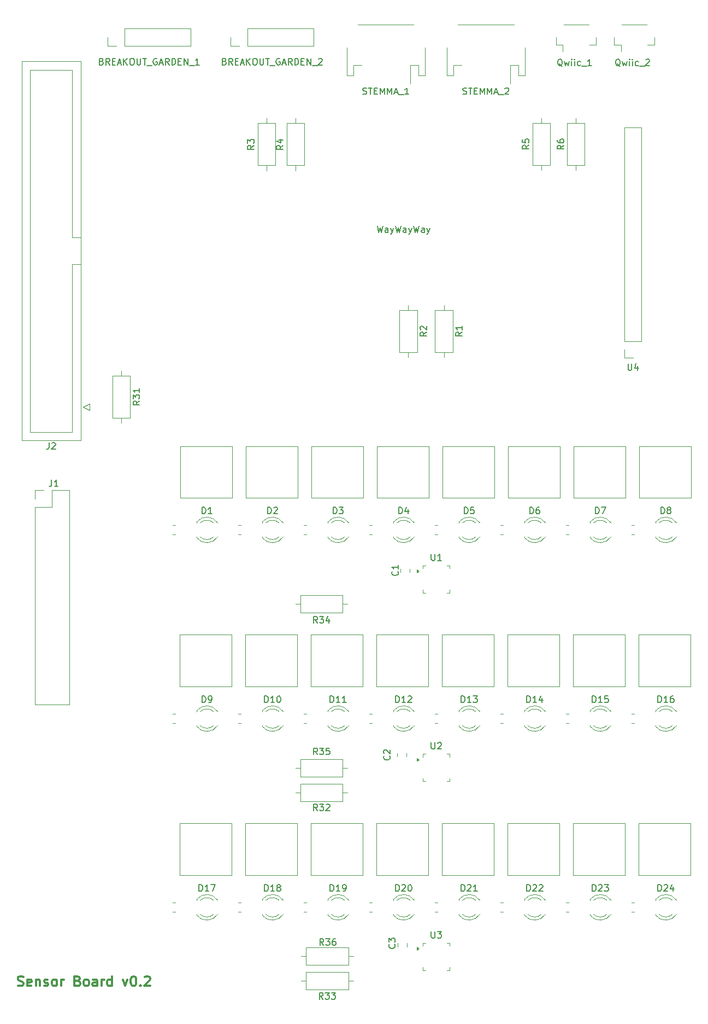
<source format=gbr>
%TF.GenerationSoftware,KiCad,Pcbnew,9.0.5*%
%TF.CreationDate,2025-12-13T23:57:35-06:00*%
%TF.ProjectId,Sensor_Board,53656e73-6f72-45f4-926f-6172642e6b69,rev?*%
%TF.SameCoordinates,Original*%
%TF.FileFunction,Legend,Top*%
%TF.FilePolarity,Positive*%
%FSLAX46Y46*%
G04 Gerber Fmt 4.6, Leading zero omitted, Abs format (unit mm)*
G04 Created by KiCad (PCBNEW 9.0.5) date 2025-12-13 23:57:35*
%MOMM*%
%LPD*%
G01*
G04 APERTURE LIST*
%ADD10C,0.300000*%
%ADD11C,0.200000*%
%ADD12C,0.150000*%
%ADD13C,0.120000*%
%ADD14C,0.100000*%
G04 APERTURE END LIST*
D10*
X35470001Y-177199442D02*
X35684287Y-177270870D01*
X35684287Y-177270870D02*
X36041429Y-177270870D01*
X36041429Y-177270870D02*
X36184287Y-177199442D01*
X36184287Y-177199442D02*
X36255715Y-177128013D01*
X36255715Y-177128013D02*
X36327144Y-176985156D01*
X36327144Y-176985156D02*
X36327144Y-176842299D01*
X36327144Y-176842299D02*
X36255715Y-176699442D01*
X36255715Y-176699442D02*
X36184287Y-176628013D01*
X36184287Y-176628013D02*
X36041429Y-176556584D01*
X36041429Y-176556584D02*
X35755715Y-176485156D01*
X35755715Y-176485156D02*
X35612858Y-176413727D01*
X35612858Y-176413727D02*
X35541429Y-176342299D01*
X35541429Y-176342299D02*
X35470001Y-176199442D01*
X35470001Y-176199442D02*
X35470001Y-176056584D01*
X35470001Y-176056584D02*
X35541429Y-175913727D01*
X35541429Y-175913727D02*
X35612858Y-175842299D01*
X35612858Y-175842299D02*
X35755715Y-175770870D01*
X35755715Y-175770870D02*
X36112858Y-175770870D01*
X36112858Y-175770870D02*
X36327144Y-175842299D01*
X37541429Y-177199442D02*
X37398572Y-177270870D01*
X37398572Y-177270870D02*
X37112858Y-177270870D01*
X37112858Y-177270870D02*
X36970000Y-177199442D01*
X36970000Y-177199442D02*
X36898572Y-177056584D01*
X36898572Y-177056584D02*
X36898572Y-176485156D01*
X36898572Y-176485156D02*
X36970000Y-176342299D01*
X36970000Y-176342299D02*
X37112858Y-176270870D01*
X37112858Y-176270870D02*
X37398572Y-176270870D01*
X37398572Y-176270870D02*
X37541429Y-176342299D01*
X37541429Y-176342299D02*
X37612858Y-176485156D01*
X37612858Y-176485156D02*
X37612858Y-176628013D01*
X37612858Y-176628013D02*
X36898572Y-176770870D01*
X38255714Y-176270870D02*
X38255714Y-177270870D01*
X38255714Y-176413727D02*
X38327143Y-176342299D01*
X38327143Y-176342299D02*
X38470000Y-176270870D01*
X38470000Y-176270870D02*
X38684286Y-176270870D01*
X38684286Y-176270870D02*
X38827143Y-176342299D01*
X38827143Y-176342299D02*
X38898572Y-176485156D01*
X38898572Y-176485156D02*
X38898572Y-177270870D01*
X39541429Y-177199442D02*
X39684286Y-177270870D01*
X39684286Y-177270870D02*
X39970000Y-177270870D01*
X39970000Y-177270870D02*
X40112857Y-177199442D01*
X40112857Y-177199442D02*
X40184286Y-177056584D01*
X40184286Y-177056584D02*
X40184286Y-176985156D01*
X40184286Y-176985156D02*
X40112857Y-176842299D01*
X40112857Y-176842299D02*
X39970000Y-176770870D01*
X39970000Y-176770870D02*
X39755715Y-176770870D01*
X39755715Y-176770870D02*
X39612857Y-176699442D01*
X39612857Y-176699442D02*
X39541429Y-176556584D01*
X39541429Y-176556584D02*
X39541429Y-176485156D01*
X39541429Y-176485156D02*
X39612857Y-176342299D01*
X39612857Y-176342299D02*
X39755715Y-176270870D01*
X39755715Y-176270870D02*
X39970000Y-176270870D01*
X39970000Y-176270870D02*
X40112857Y-176342299D01*
X41041429Y-177270870D02*
X40898572Y-177199442D01*
X40898572Y-177199442D02*
X40827143Y-177128013D01*
X40827143Y-177128013D02*
X40755715Y-176985156D01*
X40755715Y-176985156D02*
X40755715Y-176556584D01*
X40755715Y-176556584D02*
X40827143Y-176413727D01*
X40827143Y-176413727D02*
X40898572Y-176342299D01*
X40898572Y-176342299D02*
X41041429Y-176270870D01*
X41041429Y-176270870D02*
X41255715Y-176270870D01*
X41255715Y-176270870D02*
X41398572Y-176342299D01*
X41398572Y-176342299D02*
X41470001Y-176413727D01*
X41470001Y-176413727D02*
X41541429Y-176556584D01*
X41541429Y-176556584D02*
X41541429Y-176985156D01*
X41541429Y-176985156D02*
X41470001Y-177128013D01*
X41470001Y-177128013D02*
X41398572Y-177199442D01*
X41398572Y-177199442D02*
X41255715Y-177270870D01*
X41255715Y-177270870D02*
X41041429Y-177270870D01*
X42184286Y-177270870D02*
X42184286Y-176270870D01*
X42184286Y-176556584D02*
X42255715Y-176413727D01*
X42255715Y-176413727D02*
X42327144Y-176342299D01*
X42327144Y-176342299D02*
X42470001Y-176270870D01*
X42470001Y-176270870D02*
X42612858Y-176270870D01*
X44755714Y-176485156D02*
X44970000Y-176556584D01*
X44970000Y-176556584D02*
X45041429Y-176628013D01*
X45041429Y-176628013D02*
X45112857Y-176770870D01*
X45112857Y-176770870D02*
X45112857Y-176985156D01*
X45112857Y-176985156D02*
X45041429Y-177128013D01*
X45041429Y-177128013D02*
X44970000Y-177199442D01*
X44970000Y-177199442D02*
X44827143Y-177270870D01*
X44827143Y-177270870D02*
X44255714Y-177270870D01*
X44255714Y-177270870D02*
X44255714Y-175770870D01*
X44255714Y-175770870D02*
X44755714Y-175770870D01*
X44755714Y-175770870D02*
X44898572Y-175842299D01*
X44898572Y-175842299D02*
X44970000Y-175913727D01*
X44970000Y-175913727D02*
X45041429Y-176056584D01*
X45041429Y-176056584D02*
X45041429Y-176199442D01*
X45041429Y-176199442D02*
X44970000Y-176342299D01*
X44970000Y-176342299D02*
X44898572Y-176413727D01*
X44898572Y-176413727D02*
X44755714Y-176485156D01*
X44755714Y-176485156D02*
X44255714Y-176485156D01*
X45970000Y-177270870D02*
X45827143Y-177199442D01*
X45827143Y-177199442D02*
X45755714Y-177128013D01*
X45755714Y-177128013D02*
X45684286Y-176985156D01*
X45684286Y-176985156D02*
X45684286Y-176556584D01*
X45684286Y-176556584D02*
X45755714Y-176413727D01*
X45755714Y-176413727D02*
X45827143Y-176342299D01*
X45827143Y-176342299D02*
X45970000Y-176270870D01*
X45970000Y-176270870D02*
X46184286Y-176270870D01*
X46184286Y-176270870D02*
X46327143Y-176342299D01*
X46327143Y-176342299D02*
X46398572Y-176413727D01*
X46398572Y-176413727D02*
X46470000Y-176556584D01*
X46470000Y-176556584D02*
X46470000Y-176985156D01*
X46470000Y-176985156D02*
X46398572Y-177128013D01*
X46398572Y-177128013D02*
X46327143Y-177199442D01*
X46327143Y-177199442D02*
X46184286Y-177270870D01*
X46184286Y-177270870D02*
X45970000Y-177270870D01*
X47755715Y-177270870D02*
X47755715Y-176485156D01*
X47755715Y-176485156D02*
X47684286Y-176342299D01*
X47684286Y-176342299D02*
X47541429Y-176270870D01*
X47541429Y-176270870D02*
X47255715Y-176270870D01*
X47255715Y-176270870D02*
X47112857Y-176342299D01*
X47755715Y-177199442D02*
X47612857Y-177270870D01*
X47612857Y-177270870D02*
X47255715Y-177270870D01*
X47255715Y-177270870D02*
X47112857Y-177199442D01*
X47112857Y-177199442D02*
X47041429Y-177056584D01*
X47041429Y-177056584D02*
X47041429Y-176913727D01*
X47041429Y-176913727D02*
X47112857Y-176770870D01*
X47112857Y-176770870D02*
X47255715Y-176699442D01*
X47255715Y-176699442D02*
X47612857Y-176699442D01*
X47612857Y-176699442D02*
X47755715Y-176628013D01*
X48470000Y-177270870D02*
X48470000Y-176270870D01*
X48470000Y-176556584D02*
X48541429Y-176413727D01*
X48541429Y-176413727D02*
X48612858Y-176342299D01*
X48612858Y-176342299D02*
X48755715Y-176270870D01*
X48755715Y-176270870D02*
X48898572Y-176270870D01*
X50041429Y-177270870D02*
X50041429Y-175770870D01*
X50041429Y-177199442D02*
X49898571Y-177270870D01*
X49898571Y-177270870D02*
X49612857Y-177270870D01*
X49612857Y-177270870D02*
X49470000Y-177199442D01*
X49470000Y-177199442D02*
X49398571Y-177128013D01*
X49398571Y-177128013D02*
X49327143Y-176985156D01*
X49327143Y-176985156D02*
X49327143Y-176556584D01*
X49327143Y-176556584D02*
X49398571Y-176413727D01*
X49398571Y-176413727D02*
X49470000Y-176342299D01*
X49470000Y-176342299D02*
X49612857Y-176270870D01*
X49612857Y-176270870D02*
X49898571Y-176270870D01*
X49898571Y-176270870D02*
X50041429Y-176342299D01*
X51755714Y-176270870D02*
X52112857Y-177270870D01*
X52112857Y-177270870D02*
X52470000Y-176270870D01*
X53327143Y-175770870D02*
X53470000Y-175770870D01*
X53470000Y-175770870D02*
X53612857Y-175842299D01*
X53612857Y-175842299D02*
X53684286Y-175913727D01*
X53684286Y-175913727D02*
X53755714Y-176056584D01*
X53755714Y-176056584D02*
X53827143Y-176342299D01*
X53827143Y-176342299D02*
X53827143Y-176699442D01*
X53827143Y-176699442D02*
X53755714Y-176985156D01*
X53755714Y-176985156D02*
X53684286Y-177128013D01*
X53684286Y-177128013D02*
X53612857Y-177199442D01*
X53612857Y-177199442D02*
X53470000Y-177270870D01*
X53470000Y-177270870D02*
X53327143Y-177270870D01*
X53327143Y-177270870D02*
X53184286Y-177199442D01*
X53184286Y-177199442D02*
X53112857Y-177128013D01*
X53112857Y-177128013D02*
X53041428Y-176985156D01*
X53041428Y-176985156D02*
X52970000Y-176699442D01*
X52970000Y-176699442D02*
X52970000Y-176342299D01*
X52970000Y-176342299D02*
X53041428Y-176056584D01*
X53041428Y-176056584D02*
X53112857Y-175913727D01*
X53112857Y-175913727D02*
X53184286Y-175842299D01*
X53184286Y-175842299D02*
X53327143Y-175770870D01*
X54469999Y-177128013D02*
X54541428Y-177199442D01*
X54541428Y-177199442D02*
X54469999Y-177270870D01*
X54469999Y-177270870D02*
X54398571Y-177199442D01*
X54398571Y-177199442D02*
X54469999Y-177128013D01*
X54469999Y-177128013D02*
X54469999Y-177270870D01*
X55112857Y-175913727D02*
X55184285Y-175842299D01*
X55184285Y-175842299D02*
X55327143Y-175770870D01*
X55327143Y-175770870D02*
X55684285Y-175770870D01*
X55684285Y-175770870D02*
X55827143Y-175842299D01*
X55827143Y-175842299D02*
X55898571Y-175913727D01*
X55898571Y-175913727D02*
X55970000Y-176056584D01*
X55970000Y-176056584D02*
X55970000Y-176199442D01*
X55970000Y-176199442D02*
X55898571Y-176413727D01*
X55898571Y-176413727D02*
X55041428Y-177270870D01*
X55041428Y-177270870D02*
X55970000Y-177270870D01*
D11*
X91178571Y-59607247D02*
X91416666Y-60607247D01*
X91416666Y-60607247D02*
X91607142Y-59892961D01*
X91607142Y-59892961D02*
X91797618Y-60607247D01*
X91797618Y-60607247D02*
X92035714Y-59607247D01*
X92845237Y-60607247D02*
X92845237Y-60083437D01*
X92845237Y-60083437D02*
X92797618Y-59988199D01*
X92797618Y-59988199D02*
X92702380Y-59940580D01*
X92702380Y-59940580D02*
X92511904Y-59940580D01*
X92511904Y-59940580D02*
X92416666Y-59988199D01*
X92845237Y-60559628D02*
X92749999Y-60607247D01*
X92749999Y-60607247D02*
X92511904Y-60607247D01*
X92511904Y-60607247D02*
X92416666Y-60559628D01*
X92416666Y-60559628D02*
X92369047Y-60464389D01*
X92369047Y-60464389D02*
X92369047Y-60369151D01*
X92369047Y-60369151D02*
X92416666Y-60273913D01*
X92416666Y-60273913D02*
X92511904Y-60226294D01*
X92511904Y-60226294D02*
X92749999Y-60226294D01*
X92749999Y-60226294D02*
X92845237Y-60178675D01*
X93226190Y-59940580D02*
X93464285Y-60607247D01*
X93702380Y-59940580D02*
X93464285Y-60607247D01*
X93464285Y-60607247D02*
X93369047Y-60845342D01*
X93369047Y-60845342D02*
X93321428Y-60892961D01*
X93321428Y-60892961D02*
X93226190Y-60940580D01*
X93988095Y-59607247D02*
X94226190Y-60607247D01*
X94226190Y-60607247D02*
X94416666Y-59892961D01*
X94416666Y-59892961D02*
X94607142Y-60607247D01*
X94607142Y-60607247D02*
X94845238Y-59607247D01*
X95654761Y-60607247D02*
X95654761Y-60083437D01*
X95654761Y-60083437D02*
X95607142Y-59988199D01*
X95607142Y-59988199D02*
X95511904Y-59940580D01*
X95511904Y-59940580D02*
X95321428Y-59940580D01*
X95321428Y-59940580D02*
X95226190Y-59988199D01*
X95654761Y-60559628D02*
X95559523Y-60607247D01*
X95559523Y-60607247D02*
X95321428Y-60607247D01*
X95321428Y-60607247D02*
X95226190Y-60559628D01*
X95226190Y-60559628D02*
X95178571Y-60464389D01*
X95178571Y-60464389D02*
X95178571Y-60369151D01*
X95178571Y-60369151D02*
X95226190Y-60273913D01*
X95226190Y-60273913D02*
X95321428Y-60226294D01*
X95321428Y-60226294D02*
X95559523Y-60226294D01*
X95559523Y-60226294D02*
X95654761Y-60178675D01*
X96035714Y-59940580D02*
X96273809Y-60607247D01*
X96511904Y-59940580D02*
X96273809Y-60607247D01*
X96273809Y-60607247D02*
X96178571Y-60845342D01*
X96178571Y-60845342D02*
X96130952Y-60892961D01*
X96130952Y-60892961D02*
X96035714Y-60940580D01*
X96797619Y-59607247D02*
X97035714Y-60607247D01*
X97035714Y-60607247D02*
X97226190Y-59892961D01*
X97226190Y-59892961D02*
X97416666Y-60607247D01*
X97416666Y-60607247D02*
X97654762Y-59607247D01*
X98464285Y-60607247D02*
X98464285Y-60083437D01*
X98464285Y-60083437D02*
X98416666Y-59988199D01*
X98416666Y-59988199D02*
X98321428Y-59940580D01*
X98321428Y-59940580D02*
X98130952Y-59940580D01*
X98130952Y-59940580D02*
X98035714Y-59988199D01*
X98464285Y-60559628D02*
X98369047Y-60607247D01*
X98369047Y-60607247D02*
X98130952Y-60607247D01*
X98130952Y-60607247D02*
X98035714Y-60559628D01*
X98035714Y-60559628D02*
X97988095Y-60464389D01*
X97988095Y-60464389D02*
X97988095Y-60369151D01*
X97988095Y-60369151D02*
X98035714Y-60273913D01*
X98035714Y-60273913D02*
X98130952Y-60226294D01*
X98130952Y-60226294D02*
X98369047Y-60226294D01*
X98369047Y-60226294D02*
X98464285Y-60178675D01*
X98845238Y-59940580D02*
X99083333Y-60607247D01*
X99321428Y-59940580D02*
X99083333Y-60607247D01*
X99083333Y-60607247D02*
X98988095Y-60845342D01*
X98988095Y-60845342D02*
X98940476Y-60892961D01*
X98940476Y-60892961D02*
X98845238Y-60940580D01*
D12*
X124515714Y-133384819D02*
X124515714Y-132384819D01*
X124515714Y-132384819D02*
X124753809Y-132384819D01*
X124753809Y-132384819D02*
X124896666Y-132432438D01*
X124896666Y-132432438D02*
X124991904Y-132527676D01*
X124991904Y-132527676D02*
X125039523Y-132622914D01*
X125039523Y-132622914D02*
X125087142Y-132813390D01*
X125087142Y-132813390D02*
X125087142Y-132956247D01*
X125087142Y-132956247D02*
X125039523Y-133146723D01*
X125039523Y-133146723D02*
X124991904Y-133241961D01*
X124991904Y-133241961D02*
X124896666Y-133337200D01*
X124896666Y-133337200D02*
X124753809Y-133384819D01*
X124753809Y-133384819D02*
X124515714Y-133384819D01*
X126039523Y-133384819D02*
X125468095Y-133384819D01*
X125753809Y-133384819D02*
X125753809Y-132384819D01*
X125753809Y-132384819D02*
X125658571Y-132527676D01*
X125658571Y-132527676D02*
X125563333Y-132622914D01*
X125563333Y-132622914D02*
X125468095Y-132670533D01*
X126944285Y-132384819D02*
X126468095Y-132384819D01*
X126468095Y-132384819D02*
X126420476Y-132861009D01*
X126420476Y-132861009D02*
X126468095Y-132813390D01*
X126468095Y-132813390D02*
X126563333Y-132765771D01*
X126563333Y-132765771D02*
X126801428Y-132765771D01*
X126801428Y-132765771D02*
X126896666Y-132813390D01*
X126896666Y-132813390D02*
X126944285Y-132861009D01*
X126944285Y-132861009D02*
X126991904Y-132956247D01*
X126991904Y-132956247D02*
X126991904Y-133194342D01*
X126991904Y-133194342D02*
X126944285Y-133289580D01*
X126944285Y-133289580D02*
X126896666Y-133337200D01*
X126896666Y-133337200D02*
X126801428Y-133384819D01*
X126801428Y-133384819D02*
X126563333Y-133384819D01*
X126563333Y-133384819D02*
X126468095Y-133337200D01*
X126468095Y-133337200D02*
X126420476Y-133289580D01*
X104195714Y-133384819D02*
X104195714Y-132384819D01*
X104195714Y-132384819D02*
X104433809Y-132384819D01*
X104433809Y-132384819D02*
X104576666Y-132432438D01*
X104576666Y-132432438D02*
X104671904Y-132527676D01*
X104671904Y-132527676D02*
X104719523Y-132622914D01*
X104719523Y-132622914D02*
X104767142Y-132813390D01*
X104767142Y-132813390D02*
X104767142Y-132956247D01*
X104767142Y-132956247D02*
X104719523Y-133146723D01*
X104719523Y-133146723D02*
X104671904Y-133241961D01*
X104671904Y-133241961D02*
X104576666Y-133337200D01*
X104576666Y-133337200D02*
X104433809Y-133384819D01*
X104433809Y-133384819D02*
X104195714Y-133384819D01*
X105719523Y-133384819D02*
X105148095Y-133384819D01*
X105433809Y-133384819D02*
X105433809Y-132384819D01*
X105433809Y-132384819D02*
X105338571Y-132527676D01*
X105338571Y-132527676D02*
X105243333Y-132622914D01*
X105243333Y-132622914D02*
X105148095Y-132670533D01*
X106052857Y-132384819D02*
X106671904Y-132384819D01*
X106671904Y-132384819D02*
X106338571Y-132765771D01*
X106338571Y-132765771D02*
X106481428Y-132765771D01*
X106481428Y-132765771D02*
X106576666Y-132813390D01*
X106576666Y-132813390D02*
X106624285Y-132861009D01*
X106624285Y-132861009D02*
X106671904Y-132956247D01*
X106671904Y-132956247D02*
X106671904Y-133194342D01*
X106671904Y-133194342D02*
X106624285Y-133289580D01*
X106624285Y-133289580D02*
X106576666Y-133337200D01*
X106576666Y-133337200D02*
X106481428Y-133384819D01*
X106481428Y-133384819D02*
X106195714Y-133384819D01*
X106195714Y-133384819D02*
X106100476Y-133337200D01*
X106100476Y-133337200D02*
X106052857Y-133289580D01*
X93069580Y-141666666D02*
X93117200Y-141714285D01*
X93117200Y-141714285D02*
X93164819Y-141857142D01*
X93164819Y-141857142D02*
X93164819Y-141952380D01*
X93164819Y-141952380D02*
X93117200Y-142095237D01*
X93117200Y-142095237D02*
X93021961Y-142190475D01*
X93021961Y-142190475D02*
X92926723Y-142238094D01*
X92926723Y-142238094D02*
X92736247Y-142285713D01*
X92736247Y-142285713D02*
X92593390Y-142285713D01*
X92593390Y-142285713D02*
X92402914Y-142238094D01*
X92402914Y-142238094D02*
X92307676Y-142190475D01*
X92307676Y-142190475D02*
X92212438Y-142095237D01*
X92212438Y-142095237D02*
X92164819Y-141952380D01*
X92164819Y-141952380D02*
X92164819Y-141857142D01*
X92164819Y-141857142D02*
X92212438Y-141714285D01*
X92212438Y-141714285D02*
X92260057Y-141666666D01*
X92260057Y-141285713D02*
X92212438Y-141238094D01*
X92212438Y-141238094D02*
X92164819Y-141142856D01*
X92164819Y-141142856D02*
X92164819Y-140904761D01*
X92164819Y-140904761D02*
X92212438Y-140809523D01*
X92212438Y-140809523D02*
X92260057Y-140761904D01*
X92260057Y-140761904D02*
X92355295Y-140714285D01*
X92355295Y-140714285D02*
X92450533Y-140714285D01*
X92450533Y-140714285D02*
X92593390Y-140761904D01*
X92593390Y-140761904D02*
X93164819Y-141333332D01*
X93164819Y-141333332D02*
X93164819Y-140714285D01*
X134675714Y-162594819D02*
X134675714Y-161594819D01*
X134675714Y-161594819D02*
X134913809Y-161594819D01*
X134913809Y-161594819D02*
X135056666Y-161642438D01*
X135056666Y-161642438D02*
X135151904Y-161737676D01*
X135151904Y-161737676D02*
X135199523Y-161832914D01*
X135199523Y-161832914D02*
X135247142Y-162023390D01*
X135247142Y-162023390D02*
X135247142Y-162166247D01*
X135247142Y-162166247D02*
X135199523Y-162356723D01*
X135199523Y-162356723D02*
X135151904Y-162451961D01*
X135151904Y-162451961D02*
X135056666Y-162547200D01*
X135056666Y-162547200D02*
X134913809Y-162594819D01*
X134913809Y-162594819D02*
X134675714Y-162594819D01*
X135628095Y-161690057D02*
X135675714Y-161642438D01*
X135675714Y-161642438D02*
X135770952Y-161594819D01*
X135770952Y-161594819D02*
X136009047Y-161594819D01*
X136009047Y-161594819D02*
X136104285Y-161642438D01*
X136104285Y-161642438D02*
X136151904Y-161690057D01*
X136151904Y-161690057D02*
X136199523Y-161785295D01*
X136199523Y-161785295D02*
X136199523Y-161880533D01*
X136199523Y-161880533D02*
X136151904Y-162023390D01*
X136151904Y-162023390D02*
X135580476Y-162594819D01*
X135580476Y-162594819D02*
X136199523Y-162594819D01*
X137056666Y-161928152D02*
X137056666Y-162594819D01*
X136818571Y-161547200D02*
X136580476Y-162261485D01*
X136580476Y-162261485D02*
X137199523Y-162261485D01*
X84351905Y-104174819D02*
X84351905Y-103174819D01*
X84351905Y-103174819D02*
X84590000Y-103174819D01*
X84590000Y-103174819D02*
X84732857Y-103222438D01*
X84732857Y-103222438D02*
X84828095Y-103317676D01*
X84828095Y-103317676D02*
X84875714Y-103412914D01*
X84875714Y-103412914D02*
X84923333Y-103603390D01*
X84923333Y-103603390D02*
X84923333Y-103746247D01*
X84923333Y-103746247D02*
X84875714Y-103936723D01*
X84875714Y-103936723D02*
X84828095Y-104031961D01*
X84828095Y-104031961D02*
X84732857Y-104127200D01*
X84732857Y-104127200D02*
X84590000Y-104174819D01*
X84590000Y-104174819D02*
X84351905Y-104174819D01*
X85256667Y-103174819D02*
X85875714Y-103174819D01*
X85875714Y-103174819D02*
X85542381Y-103555771D01*
X85542381Y-103555771D02*
X85685238Y-103555771D01*
X85685238Y-103555771D02*
X85780476Y-103603390D01*
X85780476Y-103603390D02*
X85828095Y-103651009D01*
X85828095Y-103651009D02*
X85875714Y-103746247D01*
X85875714Y-103746247D02*
X85875714Y-103984342D01*
X85875714Y-103984342D02*
X85828095Y-104079580D01*
X85828095Y-104079580D02*
X85780476Y-104127200D01*
X85780476Y-104127200D02*
X85685238Y-104174819D01*
X85685238Y-104174819D02*
X85399524Y-104174819D01*
X85399524Y-104174819D02*
X85304286Y-104127200D01*
X85304286Y-104127200D02*
X85256667Y-104079580D01*
X94339580Y-113116666D02*
X94387200Y-113164285D01*
X94387200Y-113164285D02*
X94434819Y-113307142D01*
X94434819Y-113307142D02*
X94434819Y-113402380D01*
X94434819Y-113402380D02*
X94387200Y-113545237D01*
X94387200Y-113545237D02*
X94291961Y-113640475D01*
X94291961Y-113640475D02*
X94196723Y-113688094D01*
X94196723Y-113688094D02*
X94006247Y-113735713D01*
X94006247Y-113735713D02*
X93863390Y-113735713D01*
X93863390Y-113735713D02*
X93672914Y-113688094D01*
X93672914Y-113688094D02*
X93577676Y-113640475D01*
X93577676Y-113640475D02*
X93482438Y-113545237D01*
X93482438Y-113545237D02*
X93434819Y-113402380D01*
X93434819Y-113402380D02*
X93434819Y-113307142D01*
X93434819Y-113307142D02*
X93482438Y-113164285D01*
X93482438Y-113164285D02*
X93530057Y-113116666D01*
X94434819Y-112164285D02*
X94434819Y-112735713D01*
X94434819Y-112449999D02*
X93434819Y-112449999D01*
X93434819Y-112449999D02*
X93577676Y-112545237D01*
X93577676Y-112545237D02*
X93672914Y-112640475D01*
X93672914Y-112640475D02*
X93720533Y-112735713D01*
X40706666Y-98954819D02*
X40706666Y-99669104D01*
X40706666Y-99669104D02*
X40659047Y-99811961D01*
X40659047Y-99811961D02*
X40563809Y-99907200D01*
X40563809Y-99907200D02*
X40420952Y-99954819D01*
X40420952Y-99954819D02*
X40325714Y-99954819D01*
X41706666Y-99954819D02*
X41135238Y-99954819D01*
X41420952Y-99954819D02*
X41420952Y-98954819D01*
X41420952Y-98954819D02*
X41325714Y-99097676D01*
X41325714Y-99097676D02*
X41230476Y-99192914D01*
X41230476Y-99192914D02*
X41135238Y-99240533D01*
X135151905Y-104174819D02*
X135151905Y-103174819D01*
X135151905Y-103174819D02*
X135390000Y-103174819D01*
X135390000Y-103174819D02*
X135532857Y-103222438D01*
X135532857Y-103222438D02*
X135628095Y-103317676D01*
X135628095Y-103317676D02*
X135675714Y-103412914D01*
X135675714Y-103412914D02*
X135723333Y-103603390D01*
X135723333Y-103603390D02*
X135723333Y-103746247D01*
X135723333Y-103746247D02*
X135675714Y-103936723D01*
X135675714Y-103936723D02*
X135628095Y-104031961D01*
X135628095Y-104031961D02*
X135532857Y-104127200D01*
X135532857Y-104127200D02*
X135390000Y-104174819D01*
X135390000Y-104174819D02*
X135151905Y-104174819D01*
X136294762Y-103603390D02*
X136199524Y-103555771D01*
X136199524Y-103555771D02*
X136151905Y-103508152D01*
X136151905Y-103508152D02*
X136104286Y-103412914D01*
X136104286Y-103412914D02*
X136104286Y-103365295D01*
X136104286Y-103365295D02*
X136151905Y-103270057D01*
X136151905Y-103270057D02*
X136199524Y-103222438D01*
X136199524Y-103222438D02*
X136294762Y-103174819D01*
X136294762Y-103174819D02*
X136485238Y-103174819D01*
X136485238Y-103174819D02*
X136580476Y-103222438D01*
X136580476Y-103222438D02*
X136628095Y-103270057D01*
X136628095Y-103270057D02*
X136675714Y-103365295D01*
X136675714Y-103365295D02*
X136675714Y-103412914D01*
X136675714Y-103412914D02*
X136628095Y-103508152D01*
X136628095Y-103508152D02*
X136580476Y-103555771D01*
X136580476Y-103555771D02*
X136485238Y-103603390D01*
X136485238Y-103603390D02*
X136294762Y-103603390D01*
X136294762Y-103603390D02*
X136199524Y-103651009D01*
X136199524Y-103651009D02*
X136151905Y-103698628D01*
X136151905Y-103698628D02*
X136104286Y-103793866D01*
X136104286Y-103793866D02*
X136104286Y-103984342D01*
X136104286Y-103984342D02*
X136151905Y-104079580D01*
X136151905Y-104079580D02*
X136199524Y-104127200D01*
X136199524Y-104127200D02*
X136294762Y-104174819D01*
X136294762Y-104174819D02*
X136485238Y-104174819D01*
X136485238Y-104174819D02*
X136580476Y-104127200D01*
X136580476Y-104127200D02*
X136628095Y-104079580D01*
X136628095Y-104079580D02*
X136675714Y-103984342D01*
X136675714Y-103984342D02*
X136675714Y-103793866D01*
X136675714Y-103793866D02*
X136628095Y-103698628D01*
X136628095Y-103698628D02*
X136580476Y-103651009D01*
X136580476Y-103651009D02*
X136485238Y-103603390D01*
X99544794Y-110415190D02*
X99544794Y-111224713D01*
X99544794Y-111224713D02*
X99592413Y-111319951D01*
X99592413Y-111319951D02*
X99640032Y-111367571D01*
X99640032Y-111367571D02*
X99735270Y-111415190D01*
X99735270Y-111415190D02*
X99925746Y-111415190D01*
X99925746Y-111415190D02*
X100020984Y-111367571D01*
X100020984Y-111367571D02*
X100068603Y-111319951D01*
X100068603Y-111319951D02*
X100116222Y-111224713D01*
X100116222Y-111224713D02*
X100116222Y-110415190D01*
X101116222Y-111415190D02*
X100544794Y-111415190D01*
X100830508Y-111415190D02*
X100830508Y-110415190D01*
X100830508Y-110415190D02*
X100735270Y-110558047D01*
X100735270Y-110558047D02*
X100640032Y-110653285D01*
X100640032Y-110653285D02*
X100544794Y-110700904D01*
X83875714Y-133384819D02*
X83875714Y-132384819D01*
X83875714Y-132384819D02*
X84113809Y-132384819D01*
X84113809Y-132384819D02*
X84256666Y-132432438D01*
X84256666Y-132432438D02*
X84351904Y-132527676D01*
X84351904Y-132527676D02*
X84399523Y-132622914D01*
X84399523Y-132622914D02*
X84447142Y-132813390D01*
X84447142Y-132813390D02*
X84447142Y-132956247D01*
X84447142Y-132956247D02*
X84399523Y-133146723D01*
X84399523Y-133146723D02*
X84351904Y-133241961D01*
X84351904Y-133241961D02*
X84256666Y-133337200D01*
X84256666Y-133337200D02*
X84113809Y-133384819D01*
X84113809Y-133384819D02*
X83875714Y-133384819D01*
X85399523Y-133384819D02*
X84828095Y-133384819D01*
X85113809Y-133384819D02*
X85113809Y-132384819D01*
X85113809Y-132384819D02*
X85018571Y-132527676D01*
X85018571Y-132527676D02*
X84923333Y-132622914D01*
X84923333Y-132622914D02*
X84828095Y-132670533D01*
X86351904Y-133384819D02*
X85780476Y-133384819D01*
X86066190Y-133384819D02*
X86066190Y-132384819D01*
X86066190Y-132384819D02*
X85970952Y-132527676D01*
X85970952Y-132527676D02*
X85875714Y-132622914D01*
X85875714Y-132622914D02*
X85780476Y-132670533D01*
X134675714Y-133384819D02*
X134675714Y-132384819D01*
X134675714Y-132384819D02*
X134913809Y-132384819D01*
X134913809Y-132384819D02*
X135056666Y-132432438D01*
X135056666Y-132432438D02*
X135151904Y-132527676D01*
X135151904Y-132527676D02*
X135199523Y-132622914D01*
X135199523Y-132622914D02*
X135247142Y-132813390D01*
X135247142Y-132813390D02*
X135247142Y-132956247D01*
X135247142Y-132956247D02*
X135199523Y-133146723D01*
X135199523Y-133146723D02*
X135151904Y-133241961D01*
X135151904Y-133241961D02*
X135056666Y-133337200D01*
X135056666Y-133337200D02*
X134913809Y-133384819D01*
X134913809Y-133384819D02*
X134675714Y-133384819D01*
X136199523Y-133384819D02*
X135628095Y-133384819D01*
X135913809Y-133384819D02*
X135913809Y-132384819D01*
X135913809Y-132384819D02*
X135818571Y-132527676D01*
X135818571Y-132527676D02*
X135723333Y-132622914D01*
X135723333Y-132622914D02*
X135628095Y-132670533D01*
X137056666Y-132384819D02*
X136866190Y-132384819D01*
X136866190Y-132384819D02*
X136770952Y-132432438D01*
X136770952Y-132432438D02*
X136723333Y-132480057D01*
X136723333Y-132480057D02*
X136628095Y-132622914D01*
X136628095Y-132622914D02*
X136580476Y-132813390D01*
X136580476Y-132813390D02*
X136580476Y-133194342D01*
X136580476Y-133194342D02*
X136628095Y-133289580D01*
X136628095Y-133289580D02*
X136675714Y-133337200D01*
X136675714Y-133337200D02*
X136770952Y-133384819D01*
X136770952Y-133384819D02*
X136961428Y-133384819D01*
X136961428Y-133384819D02*
X137056666Y-133337200D01*
X137056666Y-133337200D02*
X137104285Y-133289580D01*
X137104285Y-133289580D02*
X137151904Y-133194342D01*
X137151904Y-133194342D02*
X137151904Y-132956247D01*
X137151904Y-132956247D02*
X137104285Y-132861009D01*
X137104285Y-132861009D02*
X137056666Y-132813390D01*
X137056666Y-132813390D02*
X136961428Y-132765771D01*
X136961428Y-132765771D02*
X136770952Y-132765771D01*
X136770952Y-132765771D02*
X136675714Y-132813390D01*
X136675714Y-132813390D02*
X136628095Y-132861009D01*
X136628095Y-132861009D02*
X136580476Y-132956247D01*
X104452381Y-39207200D02*
X104595238Y-39254819D01*
X104595238Y-39254819D02*
X104833333Y-39254819D01*
X104833333Y-39254819D02*
X104928571Y-39207200D01*
X104928571Y-39207200D02*
X104976190Y-39159580D01*
X104976190Y-39159580D02*
X105023809Y-39064342D01*
X105023809Y-39064342D02*
X105023809Y-38969104D01*
X105023809Y-38969104D02*
X104976190Y-38873866D01*
X104976190Y-38873866D02*
X104928571Y-38826247D01*
X104928571Y-38826247D02*
X104833333Y-38778628D01*
X104833333Y-38778628D02*
X104642857Y-38731009D01*
X104642857Y-38731009D02*
X104547619Y-38683390D01*
X104547619Y-38683390D02*
X104500000Y-38635771D01*
X104500000Y-38635771D02*
X104452381Y-38540533D01*
X104452381Y-38540533D02*
X104452381Y-38445295D01*
X104452381Y-38445295D02*
X104500000Y-38350057D01*
X104500000Y-38350057D02*
X104547619Y-38302438D01*
X104547619Y-38302438D02*
X104642857Y-38254819D01*
X104642857Y-38254819D02*
X104880952Y-38254819D01*
X104880952Y-38254819D02*
X105023809Y-38302438D01*
X105309524Y-38254819D02*
X105880952Y-38254819D01*
X105595238Y-39254819D02*
X105595238Y-38254819D01*
X106214286Y-38731009D02*
X106547619Y-38731009D01*
X106690476Y-39254819D02*
X106214286Y-39254819D01*
X106214286Y-39254819D02*
X106214286Y-38254819D01*
X106214286Y-38254819D02*
X106690476Y-38254819D01*
X107119048Y-39254819D02*
X107119048Y-38254819D01*
X107119048Y-38254819D02*
X107452381Y-38969104D01*
X107452381Y-38969104D02*
X107785714Y-38254819D01*
X107785714Y-38254819D02*
X107785714Y-39254819D01*
X108261905Y-39254819D02*
X108261905Y-38254819D01*
X108261905Y-38254819D02*
X108595238Y-38969104D01*
X108595238Y-38969104D02*
X108928571Y-38254819D01*
X108928571Y-38254819D02*
X108928571Y-39254819D01*
X109357143Y-38969104D02*
X109833333Y-38969104D01*
X109261905Y-39254819D02*
X109595238Y-38254819D01*
X109595238Y-38254819D02*
X109928571Y-39254819D01*
X110023810Y-39350057D02*
X110785714Y-39350057D01*
X110976191Y-38350057D02*
X111023810Y-38302438D01*
X111023810Y-38302438D02*
X111119048Y-38254819D01*
X111119048Y-38254819D02*
X111357143Y-38254819D01*
X111357143Y-38254819D02*
X111452381Y-38302438D01*
X111452381Y-38302438D02*
X111500000Y-38350057D01*
X111500000Y-38350057D02*
X111547619Y-38445295D01*
X111547619Y-38445295D02*
X111547619Y-38540533D01*
X111547619Y-38540533D02*
X111500000Y-38683390D01*
X111500000Y-38683390D02*
X110928572Y-39254819D01*
X110928572Y-39254819D02*
X111547619Y-39254819D01*
X48445307Y-34173559D02*
X48588164Y-34221178D01*
X48588164Y-34221178D02*
X48635783Y-34268797D01*
X48635783Y-34268797D02*
X48683402Y-34364035D01*
X48683402Y-34364035D02*
X48683402Y-34506892D01*
X48683402Y-34506892D02*
X48635783Y-34602130D01*
X48635783Y-34602130D02*
X48588164Y-34649750D01*
X48588164Y-34649750D02*
X48492926Y-34697369D01*
X48492926Y-34697369D02*
X48111974Y-34697369D01*
X48111974Y-34697369D02*
X48111974Y-33697369D01*
X48111974Y-33697369D02*
X48445307Y-33697369D01*
X48445307Y-33697369D02*
X48540545Y-33744988D01*
X48540545Y-33744988D02*
X48588164Y-33792607D01*
X48588164Y-33792607D02*
X48635783Y-33887845D01*
X48635783Y-33887845D02*
X48635783Y-33983083D01*
X48635783Y-33983083D02*
X48588164Y-34078321D01*
X48588164Y-34078321D02*
X48540545Y-34125940D01*
X48540545Y-34125940D02*
X48445307Y-34173559D01*
X48445307Y-34173559D02*
X48111974Y-34173559D01*
X49683402Y-34697369D02*
X49350069Y-34221178D01*
X49111974Y-34697369D02*
X49111974Y-33697369D01*
X49111974Y-33697369D02*
X49492926Y-33697369D01*
X49492926Y-33697369D02*
X49588164Y-33744988D01*
X49588164Y-33744988D02*
X49635783Y-33792607D01*
X49635783Y-33792607D02*
X49683402Y-33887845D01*
X49683402Y-33887845D02*
X49683402Y-34030702D01*
X49683402Y-34030702D02*
X49635783Y-34125940D01*
X49635783Y-34125940D02*
X49588164Y-34173559D01*
X49588164Y-34173559D02*
X49492926Y-34221178D01*
X49492926Y-34221178D02*
X49111974Y-34221178D01*
X50111974Y-34173559D02*
X50445307Y-34173559D01*
X50588164Y-34697369D02*
X50111974Y-34697369D01*
X50111974Y-34697369D02*
X50111974Y-33697369D01*
X50111974Y-33697369D02*
X50588164Y-33697369D01*
X50969117Y-34411654D02*
X51445307Y-34411654D01*
X50873879Y-34697369D02*
X51207212Y-33697369D01*
X51207212Y-33697369D02*
X51540545Y-34697369D01*
X51873879Y-34697369D02*
X51873879Y-33697369D01*
X52445307Y-34697369D02*
X52016736Y-34125940D01*
X52445307Y-33697369D02*
X51873879Y-34268797D01*
X53064355Y-33697369D02*
X53254831Y-33697369D01*
X53254831Y-33697369D02*
X53350069Y-33744988D01*
X53350069Y-33744988D02*
X53445307Y-33840226D01*
X53445307Y-33840226D02*
X53492926Y-34030702D01*
X53492926Y-34030702D02*
X53492926Y-34364035D01*
X53492926Y-34364035D02*
X53445307Y-34554511D01*
X53445307Y-34554511D02*
X53350069Y-34649750D01*
X53350069Y-34649750D02*
X53254831Y-34697369D01*
X53254831Y-34697369D02*
X53064355Y-34697369D01*
X53064355Y-34697369D02*
X52969117Y-34649750D01*
X52969117Y-34649750D02*
X52873879Y-34554511D01*
X52873879Y-34554511D02*
X52826260Y-34364035D01*
X52826260Y-34364035D02*
X52826260Y-34030702D01*
X52826260Y-34030702D02*
X52873879Y-33840226D01*
X52873879Y-33840226D02*
X52969117Y-33744988D01*
X52969117Y-33744988D02*
X53064355Y-33697369D01*
X53921498Y-33697369D02*
X53921498Y-34506892D01*
X53921498Y-34506892D02*
X53969117Y-34602130D01*
X53969117Y-34602130D02*
X54016736Y-34649750D01*
X54016736Y-34649750D02*
X54111974Y-34697369D01*
X54111974Y-34697369D02*
X54302450Y-34697369D01*
X54302450Y-34697369D02*
X54397688Y-34649750D01*
X54397688Y-34649750D02*
X54445307Y-34602130D01*
X54445307Y-34602130D02*
X54492926Y-34506892D01*
X54492926Y-34506892D02*
X54492926Y-33697369D01*
X54826260Y-33697369D02*
X55397688Y-33697369D01*
X55111974Y-34697369D02*
X55111974Y-33697369D01*
X55492927Y-34792607D02*
X56254831Y-34792607D01*
X57016736Y-33744988D02*
X56921498Y-33697369D01*
X56921498Y-33697369D02*
X56778641Y-33697369D01*
X56778641Y-33697369D02*
X56635784Y-33744988D01*
X56635784Y-33744988D02*
X56540546Y-33840226D01*
X56540546Y-33840226D02*
X56492927Y-33935464D01*
X56492927Y-33935464D02*
X56445308Y-34125940D01*
X56445308Y-34125940D02*
X56445308Y-34268797D01*
X56445308Y-34268797D02*
X56492927Y-34459273D01*
X56492927Y-34459273D02*
X56540546Y-34554511D01*
X56540546Y-34554511D02*
X56635784Y-34649750D01*
X56635784Y-34649750D02*
X56778641Y-34697369D01*
X56778641Y-34697369D02*
X56873879Y-34697369D01*
X56873879Y-34697369D02*
X57016736Y-34649750D01*
X57016736Y-34649750D02*
X57064355Y-34602130D01*
X57064355Y-34602130D02*
X57064355Y-34268797D01*
X57064355Y-34268797D02*
X56873879Y-34268797D01*
X57445308Y-34411654D02*
X57921498Y-34411654D01*
X57350070Y-34697369D02*
X57683403Y-33697369D01*
X57683403Y-33697369D02*
X58016736Y-34697369D01*
X58921498Y-34697369D02*
X58588165Y-34221178D01*
X58350070Y-34697369D02*
X58350070Y-33697369D01*
X58350070Y-33697369D02*
X58731022Y-33697369D01*
X58731022Y-33697369D02*
X58826260Y-33744988D01*
X58826260Y-33744988D02*
X58873879Y-33792607D01*
X58873879Y-33792607D02*
X58921498Y-33887845D01*
X58921498Y-33887845D02*
X58921498Y-34030702D01*
X58921498Y-34030702D02*
X58873879Y-34125940D01*
X58873879Y-34125940D02*
X58826260Y-34173559D01*
X58826260Y-34173559D02*
X58731022Y-34221178D01*
X58731022Y-34221178D02*
X58350070Y-34221178D01*
X59350070Y-34697369D02*
X59350070Y-33697369D01*
X59350070Y-33697369D02*
X59588165Y-33697369D01*
X59588165Y-33697369D02*
X59731022Y-33744988D01*
X59731022Y-33744988D02*
X59826260Y-33840226D01*
X59826260Y-33840226D02*
X59873879Y-33935464D01*
X59873879Y-33935464D02*
X59921498Y-34125940D01*
X59921498Y-34125940D02*
X59921498Y-34268797D01*
X59921498Y-34268797D02*
X59873879Y-34459273D01*
X59873879Y-34459273D02*
X59826260Y-34554511D01*
X59826260Y-34554511D02*
X59731022Y-34649750D01*
X59731022Y-34649750D02*
X59588165Y-34697369D01*
X59588165Y-34697369D02*
X59350070Y-34697369D01*
X60350070Y-34173559D02*
X60683403Y-34173559D01*
X60826260Y-34697369D02*
X60350070Y-34697369D01*
X60350070Y-34697369D02*
X60350070Y-33697369D01*
X60350070Y-33697369D02*
X60826260Y-33697369D01*
X61254832Y-34697369D02*
X61254832Y-33697369D01*
X61254832Y-33697369D02*
X61826260Y-34697369D01*
X61826260Y-34697369D02*
X61826260Y-33697369D01*
X62064356Y-34792607D02*
X62826260Y-34792607D01*
X63588165Y-34697369D02*
X63016737Y-34697369D01*
X63302451Y-34697369D02*
X63302451Y-33697369D01*
X63302451Y-33697369D02*
X63207213Y-33840226D01*
X63207213Y-33840226D02*
X63111975Y-33935464D01*
X63111975Y-33935464D02*
X63016737Y-33983083D01*
X82779982Y-179310442D02*
X82446649Y-178834251D01*
X82208554Y-179310442D02*
X82208554Y-178310442D01*
X82208554Y-178310442D02*
X82589506Y-178310442D01*
X82589506Y-178310442D02*
X82684744Y-178358061D01*
X82684744Y-178358061D02*
X82732363Y-178405680D01*
X82732363Y-178405680D02*
X82779982Y-178500918D01*
X82779982Y-178500918D02*
X82779982Y-178643775D01*
X82779982Y-178643775D02*
X82732363Y-178739013D01*
X82732363Y-178739013D02*
X82684744Y-178786632D01*
X82684744Y-178786632D02*
X82589506Y-178834251D01*
X82589506Y-178834251D02*
X82208554Y-178834251D01*
X83113316Y-178310442D02*
X83732363Y-178310442D01*
X83732363Y-178310442D02*
X83399030Y-178691394D01*
X83399030Y-178691394D02*
X83541887Y-178691394D01*
X83541887Y-178691394D02*
X83637125Y-178739013D01*
X83637125Y-178739013D02*
X83684744Y-178786632D01*
X83684744Y-178786632D02*
X83732363Y-178881870D01*
X83732363Y-178881870D02*
X83732363Y-179119965D01*
X83732363Y-179119965D02*
X83684744Y-179215203D01*
X83684744Y-179215203D02*
X83637125Y-179262823D01*
X83637125Y-179262823D02*
X83541887Y-179310442D01*
X83541887Y-179310442D02*
X83256173Y-179310442D01*
X83256173Y-179310442D02*
X83160935Y-179262823D01*
X83160935Y-179262823D02*
X83113316Y-179215203D01*
X84065697Y-178310442D02*
X84684744Y-178310442D01*
X84684744Y-178310442D02*
X84351411Y-178691394D01*
X84351411Y-178691394D02*
X84494268Y-178691394D01*
X84494268Y-178691394D02*
X84589506Y-178739013D01*
X84589506Y-178739013D02*
X84637125Y-178786632D01*
X84637125Y-178786632D02*
X84684744Y-178881870D01*
X84684744Y-178881870D02*
X84684744Y-179119965D01*
X84684744Y-179119965D02*
X84637125Y-179215203D01*
X84637125Y-179215203D02*
X84589506Y-179262823D01*
X84589506Y-179262823D02*
X84494268Y-179310442D01*
X84494268Y-179310442D02*
X84208554Y-179310442D01*
X84208554Y-179310442D02*
X84113316Y-179262823D01*
X84113316Y-179262823D02*
X84065697Y-179215203D01*
X40306666Y-93184819D02*
X40306666Y-93899104D01*
X40306666Y-93899104D02*
X40259047Y-94041961D01*
X40259047Y-94041961D02*
X40163809Y-94137200D01*
X40163809Y-94137200D02*
X40020952Y-94184819D01*
X40020952Y-94184819D02*
X39925714Y-94184819D01*
X40735238Y-93280057D02*
X40782857Y-93232438D01*
X40782857Y-93232438D02*
X40878095Y-93184819D01*
X40878095Y-93184819D02*
X41116190Y-93184819D01*
X41116190Y-93184819D02*
X41211428Y-93232438D01*
X41211428Y-93232438D02*
X41259047Y-93280057D01*
X41259047Y-93280057D02*
X41306666Y-93375295D01*
X41306666Y-93375295D02*
X41306666Y-93470533D01*
X41306666Y-93470533D02*
X41259047Y-93613390D01*
X41259047Y-93613390D02*
X40687619Y-94184819D01*
X40687619Y-94184819D02*
X41306666Y-94184819D01*
X94511905Y-104174819D02*
X94511905Y-103174819D01*
X94511905Y-103174819D02*
X94750000Y-103174819D01*
X94750000Y-103174819D02*
X94892857Y-103222438D01*
X94892857Y-103222438D02*
X94988095Y-103317676D01*
X94988095Y-103317676D02*
X95035714Y-103412914D01*
X95035714Y-103412914D02*
X95083333Y-103603390D01*
X95083333Y-103603390D02*
X95083333Y-103746247D01*
X95083333Y-103746247D02*
X95035714Y-103936723D01*
X95035714Y-103936723D02*
X94988095Y-104031961D01*
X94988095Y-104031961D02*
X94892857Y-104127200D01*
X94892857Y-104127200D02*
X94750000Y-104174819D01*
X94750000Y-104174819D02*
X94511905Y-104174819D01*
X95940476Y-103508152D02*
X95940476Y-104174819D01*
X95702381Y-103127200D02*
X95464286Y-103841485D01*
X95464286Y-103841485D02*
X96083333Y-103841485D01*
X88952381Y-39207200D02*
X89095238Y-39254819D01*
X89095238Y-39254819D02*
X89333333Y-39254819D01*
X89333333Y-39254819D02*
X89428571Y-39207200D01*
X89428571Y-39207200D02*
X89476190Y-39159580D01*
X89476190Y-39159580D02*
X89523809Y-39064342D01*
X89523809Y-39064342D02*
X89523809Y-38969104D01*
X89523809Y-38969104D02*
X89476190Y-38873866D01*
X89476190Y-38873866D02*
X89428571Y-38826247D01*
X89428571Y-38826247D02*
X89333333Y-38778628D01*
X89333333Y-38778628D02*
X89142857Y-38731009D01*
X89142857Y-38731009D02*
X89047619Y-38683390D01*
X89047619Y-38683390D02*
X89000000Y-38635771D01*
X89000000Y-38635771D02*
X88952381Y-38540533D01*
X88952381Y-38540533D02*
X88952381Y-38445295D01*
X88952381Y-38445295D02*
X89000000Y-38350057D01*
X89000000Y-38350057D02*
X89047619Y-38302438D01*
X89047619Y-38302438D02*
X89142857Y-38254819D01*
X89142857Y-38254819D02*
X89380952Y-38254819D01*
X89380952Y-38254819D02*
X89523809Y-38302438D01*
X89809524Y-38254819D02*
X90380952Y-38254819D01*
X90095238Y-39254819D02*
X90095238Y-38254819D01*
X90714286Y-38731009D02*
X91047619Y-38731009D01*
X91190476Y-39254819D02*
X90714286Y-39254819D01*
X90714286Y-39254819D02*
X90714286Y-38254819D01*
X90714286Y-38254819D02*
X91190476Y-38254819D01*
X91619048Y-39254819D02*
X91619048Y-38254819D01*
X91619048Y-38254819D02*
X91952381Y-38969104D01*
X91952381Y-38969104D02*
X92285714Y-38254819D01*
X92285714Y-38254819D02*
X92285714Y-39254819D01*
X92761905Y-39254819D02*
X92761905Y-38254819D01*
X92761905Y-38254819D02*
X93095238Y-38969104D01*
X93095238Y-38969104D02*
X93428571Y-38254819D01*
X93428571Y-38254819D02*
X93428571Y-39254819D01*
X93857143Y-38969104D02*
X94333333Y-38969104D01*
X93761905Y-39254819D02*
X94095238Y-38254819D01*
X94095238Y-38254819D02*
X94428571Y-39254819D01*
X94523810Y-39350057D02*
X95285714Y-39350057D01*
X96047619Y-39254819D02*
X95476191Y-39254819D01*
X95761905Y-39254819D02*
X95761905Y-38254819D01*
X95761905Y-38254819D02*
X95666667Y-38397676D01*
X95666667Y-38397676D02*
X95571429Y-38492914D01*
X95571429Y-38492914D02*
X95476191Y-38540533D01*
X81907141Y-121085103D02*
X81573808Y-120608912D01*
X81335713Y-121085103D02*
X81335713Y-120085103D01*
X81335713Y-120085103D02*
X81716665Y-120085103D01*
X81716665Y-120085103D02*
X81811903Y-120132722D01*
X81811903Y-120132722D02*
X81859522Y-120180341D01*
X81859522Y-120180341D02*
X81907141Y-120275579D01*
X81907141Y-120275579D02*
X81907141Y-120418436D01*
X81907141Y-120418436D02*
X81859522Y-120513674D01*
X81859522Y-120513674D02*
X81811903Y-120561293D01*
X81811903Y-120561293D02*
X81716665Y-120608912D01*
X81716665Y-120608912D02*
X81335713Y-120608912D01*
X82240475Y-120085103D02*
X82859522Y-120085103D01*
X82859522Y-120085103D02*
X82526189Y-120466055D01*
X82526189Y-120466055D02*
X82669046Y-120466055D01*
X82669046Y-120466055D02*
X82764284Y-120513674D01*
X82764284Y-120513674D02*
X82811903Y-120561293D01*
X82811903Y-120561293D02*
X82859522Y-120656531D01*
X82859522Y-120656531D02*
X82859522Y-120894626D01*
X82859522Y-120894626D02*
X82811903Y-120989864D01*
X82811903Y-120989864D02*
X82764284Y-121037484D01*
X82764284Y-121037484D02*
X82669046Y-121085103D01*
X82669046Y-121085103D02*
X82383332Y-121085103D01*
X82383332Y-121085103D02*
X82288094Y-121037484D01*
X82288094Y-121037484D02*
X82240475Y-120989864D01*
X83716665Y-120418436D02*
X83716665Y-121085103D01*
X83478570Y-120037484D02*
X83240475Y-120751769D01*
X83240475Y-120751769D02*
X83859522Y-120751769D01*
X83875714Y-162594819D02*
X83875714Y-161594819D01*
X83875714Y-161594819D02*
X84113809Y-161594819D01*
X84113809Y-161594819D02*
X84256666Y-161642438D01*
X84256666Y-161642438D02*
X84351904Y-161737676D01*
X84351904Y-161737676D02*
X84399523Y-161832914D01*
X84399523Y-161832914D02*
X84447142Y-162023390D01*
X84447142Y-162023390D02*
X84447142Y-162166247D01*
X84447142Y-162166247D02*
X84399523Y-162356723D01*
X84399523Y-162356723D02*
X84351904Y-162451961D01*
X84351904Y-162451961D02*
X84256666Y-162547200D01*
X84256666Y-162547200D02*
X84113809Y-162594819D01*
X84113809Y-162594819D02*
X83875714Y-162594819D01*
X85399523Y-162594819D02*
X84828095Y-162594819D01*
X85113809Y-162594819D02*
X85113809Y-161594819D01*
X85113809Y-161594819D02*
X85018571Y-161737676D01*
X85018571Y-161737676D02*
X84923333Y-161832914D01*
X84923333Y-161832914D02*
X84828095Y-161880533D01*
X85875714Y-162594819D02*
X86066190Y-162594819D01*
X86066190Y-162594819D02*
X86161428Y-162547200D01*
X86161428Y-162547200D02*
X86209047Y-162499580D01*
X86209047Y-162499580D02*
X86304285Y-162356723D01*
X86304285Y-162356723D02*
X86351904Y-162166247D01*
X86351904Y-162166247D02*
X86351904Y-161785295D01*
X86351904Y-161785295D02*
X86304285Y-161690057D01*
X86304285Y-161690057D02*
X86256666Y-161642438D01*
X86256666Y-161642438D02*
X86161428Y-161594819D01*
X86161428Y-161594819D02*
X85970952Y-161594819D01*
X85970952Y-161594819D02*
X85875714Y-161642438D01*
X85875714Y-161642438D02*
X85828095Y-161690057D01*
X85828095Y-161690057D02*
X85780476Y-161785295D01*
X85780476Y-161785295D02*
X85780476Y-162023390D01*
X85780476Y-162023390D02*
X85828095Y-162118628D01*
X85828095Y-162118628D02*
X85875714Y-162166247D01*
X85875714Y-162166247D02*
X85970952Y-162213866D01*
X85970952Y-162213866D02*
X86161428Y-162213866D01*
X86161428Y-162213866D02*
X86256666Y-162166247D01*
X86256666Y-162166247D02*
X86304285Y-162118628D01*
X86304285Y-162118628D02*
X86351904Y-162023390D01*
X114355714Y-133384819D02*
X114355714Y-132384819D01*
X114355714Y-132384819D02*
X114593809Y-132384819D01*
X114593809Y-132384819D02*
X114736666Y-132432438D01*
X114736666Y-132432438D02*
X114831904Y-132527676D01*
X114831904Y-132527676D02*
X114879523Y-132622914D01*
X114879523Y-132622914D02*
X114927142Y-132813390D01*
X114927142Y-132813390D02*
X114927142Y-132956247D01*
X114927142Y-132956247D02*
X114879523Y-133146723D01*
X114879523Y-133146723D02*
X114831904Y-133241961D01*
X114831904Y-133241961D02*
X114736666Y-133337200D01*
X114736666Y-133337200D02*
X114593809Y-133384819D01*
X114593809Y-133384819D02*
X114355714Y-133384819D01*
X115879523Y-133384819D02*
X115308095Y-133384819D01*
X115593809Y-133384819D02*
X115593809Y-132384819D01*
X115593809Y-132384819D02*
X115498571Y-132527676D01*
X115498571Y-132527676D02*
X115403333Y-132622914D01*
X115403333Y-132622914D02*
X115308095Y-132670533D01*
X116736666Y-132718152D02*
X116736666Y-133384819D01*
X116498571Y-132337200D02*
X116260476Y-133051485D01*
X116260476Y-133051485D02*
X116879523Y-133051485D01*
X73715714Y-162594819D02*
X73715714Y-161594819D01*
X73715714Y-161594819D02*
X73953809Y-161594819D01*
X73953809Y-161594819D02*
X74096666Y-161642438D01*
X74096666Y-161642438D02*
X74191904Y-161737676D01*
X74191904Y-161737676D02*
X74239523Y-161832914D01*
X74239523Y-161832914D02*
X74287142Y-162023390D01*
X74287142Y-162023390D02*
X74287142Y-162166247D01*
X74287142Y-162166247D02*
X74239523Y-162356723D01*
X74239523Y-162356723D02*
X74191904Y-162451961D01*
X74191904Y-162451961D02*
X74096666Y-162547200D01*
X74096666Y-162547200D02*
X73953809Y-162594819D01*
X73953809Y-162594819D02*
X73715714Y-162594819D01*
X75239523Y-162594819D02*
X74668095Y-162594819D01*
X74953809Y-162594819D02*
X74953809Y-161594819D01*
X74953809Y-161594819D02*
X74858571Y-161737676D01*
X74858571Y-161737676D02*
X74763333Y-161832914D01*
X74763333Y-161832914D02*
X74668095Y-161880533D01*
X75810952Y-162023390D02*
X75715714Y-161975771D01*
X75715714Y-161975771D02*
X75668095Y-161928152D01*
X75668095Y-161928152D02*
X75620476Y-161832914D01*
X75620476Y-161832914D02*
X75620476Y-161785295D01*
X75620476Y-161785295D02*
X75668095Y-161690057D01*
X75668095Y-161690057D02*
X75715714Y-161642438D01*
X75715714Y-161642438D02*
X75810952Y-161594819D01*
X75810952Y-161594819D02*
X76001428Y-161594819D01*
X76001428Y-161594819D02*
X76096666Y-161642438D01*
X76096666Y-161642438D02*
X76144285Y-161690057D01*
X76144285Y-161690057D02*
X76191904Y-161785295D01*
X76191904Y-161785295D02*
X76191904Y-161832914D01*
X76191904Y-161832914D02*
X76144285Y-161928152D01*
X76144285Y-161928152D02*
X76096666Y-161975771D01*
X76096666Y-161975771D02*
X76001428Y-162023390D01*
X76001428Y-162023390D02*
X75810952Y-162023390D01*
X75810952Y-162023390D02*
X75715714Y-162071009D01*
X75715714Y-162071009D02*
X75668095Y-162118628D01*
X75668095Y-162118628D02*
X75620476Y-162213866D01*
X75620476Y-162213866D02*
X75620476Y-162404342D01*
X75620476Y-162404342D02*
X75668095Y-162499580D01*
X75668095Y-162499580D02*
X75715714Y-162547200D01*
X75715714Y-162547200D02*
X75810952Y-162594819D01*
X75810952Y-162594819D02*
X76001428Y-162594819D01*
X76001428Y-162594819D02*
X76096666Y-162547200D01*
X76096666Y-162547200D02*
X76144285Y-162499580D01*
X76144285Y-162499580D02*
X76191904Y-162404342D01*
X76191904Y-162404342D02*
X76191904Y-162213866D01*
X76191904Y-162213866D02*
X76144285Y-162118628D01*
X76144285Y-162118628D02*
X76096666Y-162071009D01*
X76096666Y-162071009D02*
X76001428Y-162023390D01*
X114689883Y-47137391D02*
X114213692Y-47470724D01*
X114689883Y-47708819D02*
X113689883Y-47708819D01*
X113689883Y-47708819D02*
X113689883Y-47327867D01*
X113689883Y-47327867D02*
X113737502Y-47232629D01*
X113737502Y-47232629D02*
X113785121Y-47185010D01*
X113785121Y-47185010D02*
X113880359Y-47137391D01*
X113880359Y-47137391D02*
X114023216Y-47137391D01*
X114023216Y-47137391D02*
X114118454Y-47185010D01*
X114118454Y-47185010D02*
X114166073Y-47232629D01*
X114166073Y-47232629D02*
X114213692Y-47327867D01*
X114213692Y-47327867D02*
X114213692Y-47708819D01*
X113689883Y-46232629D02*
X113689883Y-46708819D01*
X113689883Y-46708819D02*
X114166073Y-46756438D01*
X114166073Y-46756438D02*
X114118454Y-46708819D01*
X114118454Y-46708819D02*
X114070835Y-46613581D01*
X114070835Y-46613581D02*
X114070835Y-46375486D01*
X114070835Y-46375486D02*
X114118454Y-46280248D01*
X114118454Y-46280248D02*
X114166073Y-46232629D01*
X114166073Y-46232629D02*
X114261311Y-46185010D01*
X114261311Y-46185010D02*
X114499406Y-46185010D01*
X114499406Y-46185010D02*
X114594644Y-46232629D01*
X114594644Y-46232629D02*
X114642264Y-46280248D01*
X114642264Y-46280248D02*
X114689883Y-46375486D01*
X114689883Y-46375486D02*
X114689883Y-46613581D01*
X114689883Y-46613581D02*
X114642264Y-46708819D01*
X114642264Y-46708819D02*
X114594644Y-46756438D01*
X128835238Y-34930057D02*
X128740000Y-34882438D01*
X128740000Y-34882438D02*
X128644762Y-34787200D01*
X128644762Y-34787200D02*
X128501905Y-34644342D01*
X128501905Y-34644342D02*
X128406667Y-34596723D01*
X128406667Y-34596723D02*
X128311429Y-34596723D01*
X128359048Y-34834819D02*
X128263810Y-34787200D01*
X128263810Y-34787200D02*
X128168572Y-34691961D01*
X128168572Y-34691961D02*
X128120953Y-34501485D01*
X128120953Y-34501485D02*
X128120953Y-34168152D01*
X128120953Y-34168152D02*
X128168572Y-33977676D01*
X128168572Y-33977676D02*
X128263810Y-33882438D01*
X128263810Y-33882438D02*
X128359048Y-33834819D01*
X128359048Y-33834819D02*
X128549524Y-33834819D01*
X128549524Y-33834819D02*
X128644762Y-33882438D01*
X128644762Y-33882438D02*
X128740000Y-33977676D01*
X128740000Y-33977676D02*
X128787619Y-34168152D01*
X128787619Y-34168152D02*
X128787619Y-34501485D01*
X128787619Y-34501485D02*
X128740000Y-34691961D01*
X128740000Y-34691961D02*
X128644762Y-34787200D01*
X128644762Y-34787200D02*
X128549524Y-34834819D01*
X128549524Y-34834819D02*
X128359048Y-34834819D01*
X129120953Y-34168152D02*
X129311429Y-34834819D01*
X129311429Y-34834819D02*
X129501905Y-34358628D01*
X129501905Y-34358628D02*
X129692381Y-34834819D01*
X129692381Y-34834819D02*
X129882857Y-34168152D01*
X130263810Y-34834819D02*
X130263810Y-34168152D01*
X130263810Y-33834819D02*
X130216191Y-33882438D01*
X130216191Y-33882438D02*
X130263810Y-33930057D01*
X130263810Y-33930057D02*
X130311429Y-33882438D01*
X130311429Y-33882438D02*
X130263810Y-33834819D01*
X130263810Y-33834819D02*
X130263810Y-33930057D01*
X130740000Y-34834819D02*
X130740000Y-34168152D01*
X130740000Y-33834819D02*
X130692381Y-33882438D01*
X130692381Y-33882438D02*
X130740000Y-33930057D01*
X130740000Y-33930057D02*
X130787619Y-33882438D01*
X130787619Y-33882438D02*
X130740000Y-33834819D01*
X130740000Y-33834819D02*
X130740000Y-33930057D01*
X131644761Y-34787200D02*
X131549523Y-34834819D01*
X131549523Y-34834819D02*
X131359047Y-34834819D01*
X131359047Y-34834819D02*
X131263809Y-34787200D01*
X131263809Y-34787200D02*
X131216190Y-34739580D01*
X131216190Y-34739580D02*
X131168571Y-34644342D01*
X131168571Y-34644342D02*
X131168571Y-34358628D01*
X131168571Y-34358628D02*
X131216190Y-34263390D01*
X131216190Y-34263390D02*
X131263809Y-34215771D01*
X131263809Y-34215771D02*
X131359047Y-34168152D01*
X131359047Y-34168152D02*
X131549523Y-34168152D01*
X131549523Y-34168152D02*
X131644761Y-34215771D01*
X131835238Y-34930057D02*
X132597142Y-34930057D01*
X132787619Y-33930057D02*
X132835238Y-33882438D01*
X132835238Y-33882438D02*
X132930476Y-33834819D01*
X132930476Y-33834819D02*
X133168571Y-33834819D01*
X133168571Y-33834819D02*
X133263809Y-33882438D01*
X133263809Y-33882438D02*
X133311428Y-33930057D01*
X133311428Y-33930057D02*
X133359047Y-34025295D01*
X133359047Y-34025295D02*
X133359047Y-34120533D01*
X133359047Y-34120533D02*
X133311428Y-34263390D01*
X133311428Y-34263390D02*
X132740000Y-34834819D01*
X132740000Y-34834819D02*
X133359047Y-34834819D01*
X120069755Y-47156666D02*
X119593564Y-47489999D01*
X120069755Y-47728094D02*
X119069755Y-47728094D01*
X119069755Y-47728094D02*
X119069755Y-47347142D01*
X119069755Y-47347142D02*
X119117374Y-47251904D01*
X119117374Y-47251904D02*
X119164993Y-47204285D01*
X119164993Y-47204285D02*
X119260231Y-47156666D01*
X119260231Y-47156666D02*
X119403088Y-47156666D01*
X119403088Y-47156666D02*
X119498326Y-47204285D01*
X119498326Y-47204285D02*
X119545945Y-47251904D01*
X119545945Y-47251904D02*
X119593564Y-47347142D01*
X119593564Y-47347142D02*
X119593564Y-47728094D01*
X119069755Y-46299523D02*
X119069755Y-46489999D01*
X119069755Y-46489999D02*
X119117374Y-46585237D01*
X119117374Y-46585237D02*
X119164993Y-46632856D01*
X119164993Y-46632856D02*
X119307850Y-46728094D01*
X119307850Y-46728094D02*
X119498326Y-46775713D01*
X119498326Y-46775713D02*
X119879278Y-46775713D01*
X119879278Y-46775713D02*
X119974516Y-46728094D01*
X119974516Y-46728094D02*
X120022136Y-46680475D01*
X120022136Y-46680475D02*
X120069755Y-46585237D01*
X120069755Y-46585237D02*
X120069755Y-46394761D01*
X120069755Y-46394761D02*
X120022136Y-46299523D01*
X120022136Y-46299523D02*
X119974516Y-46251904D01*
X119974516Y-46251904D02*
X119879278Y-46204285D01*
X119879278Y-46204285D02*
X119641183Y-46204285D01*
X119641183Y-46204285D02*
X119545945Y-46251904D01*
X119545945Y-46251904D02*
X119498326Y-46299523D01*
X119498326Y-46299523D02*
X119450707Y-46394761D01*
X119450707Y-46394761D02*
X119450707Y-46585237D01*
X119450707Y-46585237D02*
X119498326Y-46680475D01*
X119498326Y-46680475D02*
X119545945Y-46728094D01*
X119545945Y-46728094D02*
X119641183Y-46775713D01*
X81907142Y-150144819D02*
X81573809Y-149668628D01*
X81335714Y-150144819D02*
X81335714Y-149144819D01*
X81335714Y-149144819D02*
X81716666Y-149144819D01*
X81716666Y-149144819D02*
X81811904Y-149192438D01*
X81811904Y-149192438D02*
X81859523Y-149240057D01*
X81859523Y-149240057D02*
X81907142Y-149335295D01*
X81907142Y-149335295D02*
X81907142Y-149478152D01*
X81907142Y-149478152D02*
X81859523Y-149573390D01*
X81859523Y-149573390D02*
X81811904Y-149621009D01*
X81811904Y-149621009D02*
X81716666Y-149668628D01*
X81716666Y-149668628D02*
X81335714Y-149668628D01*
X82240476Y-149144819D02*
X82859523Y-149144819D01*
X82859523Y-149144819D02*
X82526190Y-149525771D01*
X82526190Y-149525771D02*
X82669047Y-149525771D01*
X82669047Y-149525771D02*
X82764285Y-149573390D01*
X82764285Y-149573390D02*
X82811904Y-149621009D01*
X82811904Y-149621009D02*
X82859523Y-149716247D01*
X82859523Y-149716247D02*
X82859523Y-149954342D01*
X82859523Y-149954342D02*
X82811904Y-150049580D01*
X82811904Y-150049580D02*
X82764285Y-150097200D01*
X82764285Y-150097200D02*
X82669047Y-150144819D01*
X82669047Y-150144819D02*
X82383333Y-150144819D01*
X82383333Y-150144819D02*
X82288095Y-150097200D01*
X82288095Y-150097200D02*
X82240476Y-150049580D01*
X83240476Y-149240057D02*
X83288095Y-149192438D01*
X83288095Y-149192438D02*
X83383333Y-149144819D01*
X83383333Y-149144819D02*
X83621428Y-149144819D01*
X83621428Y-149144819D02*
X83716666Y-149192438D01*
X83716666Y-149192438D02*
X83764285Y-149240057D01*
X83764285Y-149240057D02*
X83811904Y-149335295D01*
X83811904Y-149335295D02*
X83811904Y-149430533D01*
X83811904Y-149430533D02*
X83764285Y-149573390D01*
X83764285Y-149573390D02*
X83192857Y-150144819D01*
X83192857Y-150144819D02*
X83811904Y-150144819D01*
X98810488Y-76072601D02*
X98334297Y-76405934D01*
X98810488Y-76644029D02*
X97810488Y-76644029D01*
X97810488Y-76644029D02*
X97810488Y-76263077D01*
X97810488Y-76263077D02*
X97858107Y-76167839D01*
X97858107Y-76167839D02*
X97905726Y-76120220D01*
X97905726Y-76120220D02*
X98000964Y-76072601D01*
X98000964Y-76072601D02*
X98143821Y-76072601D01*
X98143821Y-76072601D02*
X98239059Y-76120220D01*
X98239059Y-76120220D02*
X98286678Y-76167839D01*
X98286678Y-76167839D02*
X98334297Y-76263077D01*
X98334297Y-76263077D02*
X98334297Y-76644029D01*
X97905726Y-75691648D02*
X97858107Y-75644029D01*
X97858107Y-75644029D02*
X97810488Y-75548791D01*
X97810488Y-75548791D02*
X97810488Y-75310696D01*
X97810488Y-75310696D02*
X97858107Y-75215458D01*
X97858107Y-75215458D02*
X97905726Y-75167839D01*
X97905726Y-75167839D02*
X98000964Y-75120220D01*
X98000964Y-75120220D02*
X98096202Y-75120220D01*
X98096202Y-75120220D02*
X98239059Y-75167839D01*
X98239059Y-75167839D02*
X98810488Y-75739267D01*
X98810488Y-75739267D02*
X98810488Y-75120220D01*
X114831905Y-104174819D02*
X114831905Y-103174819D01*
X114831905Y-103174819D02*
X115070000Y-103174819D01*
X115070000Y-103174819D02*
X115212857Y-103222438D01*
X115212857Y-103222438D02*
X115308095Y-103317676D01*
X115308095Y-103317676D02*
X115355714Y-103412914D01*
X115355714Y-103412914D02*
X115403333Y-103603390D01*
X115403333Y-103603390D02*
X115403333Y-103746247D01*
X115403333Y-103746247D02*
X115355714Y-103936723D01*
X115355714Y-103936723D02*
X115308095Y-104031961D01*
X115308095Y-104031961D02*
X115212857Y-104127200D01*
X115212857Y-104127200D02*
X115070000Y-104174819D01*
X115070000Y-104174819D02*
X114831905Y-104174819D01*
X116260476Y-103174819D02*
X116070000Y-103174819D01*
X116070000Y-103174819D02*
X115974762Y-103222438D01*
X115974762Y-103222438D02*
X115927143Y-103270057D01*
X115927143Y-103270057D02*
X115831905Y-103412914D01*
X115831905Y-103412914D02*
X115784286Y-103603390D01*
X115784286Y-103603390D02*
X115784286Y-103984342D01*
X115784286Y-103984342D02*
X115831905Y-104079580D01*
X115831905Y-104079580D02*
X115879524Y-104127200D01*
X115879524Y-104127200D02*
X115974762Y-104174819D01*
X115974762Y-104174819D02*
X116165238Y-104174819D01*
X116165238Y-104174819D02*
X116260476Y-104127200D01*
X116260476Y-104127200D02*
X116308095Y-104079580D01*
X116308095Y-104079580D02*
X116355714Y-103984342D01*
X116355714Y-103984342D02*
X116355714Y-103746247D01*
X116355714Y-103746247D02*
X116308095Y-103651009D01*
X116308095Y-103651009D02*
X116260476Y-103603390D01*
X116260476Y-103603390D02*
X116165238Y-103555771D01*
X116165238Y-103555771D02*
X115974762Y-103555771D01*
X115974762Y-103555771D02*
X115879524Y-103603390D01*
X115879524Y-103603390D02*
X115831905Y-103651009D01*
X115831905Y-103651009D02*
X115784286Y-103746247D01*
X54324819Y-86722857D02*
X53848628Y-87056190D01*
X54324819Y-87294285D02*
X53324819Y-87294285D01*
X53324819Y-87294285D02*
X53324819Y-86913333D01*
X53324819Y-86913333D02*
X53372438Y-86818095D01*
X53372438Y-86818095D02*
X53420057Y-86770476D01*
X53420057Y-86770476D02*
X53515295Y-86722857D01*
X53515295Y-86722857D02*
X53658152Y-86722857D01*
X53658152Y-86722857D02*
X53753390Y-86770476D01*
X53753390Y-86770476D02*
X53801009Y-86818095D01*
X53801009Y-86818095D02*
X53848628Y-86913333D01*
X53848628Y-86913333D02*
X53848628Y-87294285D01*
X53324819Y-86389523D02*
X53324819Y-85770476D01*
X53324819Y-85770476D02*
X53705771Y-86103809D01*
X53705771Y-86103809D02*
X53705771Y-85960952D01*
X53705771Y-85960952D02*
X53753390Y-85865714D01*
X53753390Y-85865714D02*
X53801009Y-85818095D01*
X53801009Y-85818095D02*
X53896247Y-85770476D01*
X53896247Y-85770476D02*
X54134342Y-85770476D01*
X54134342Y-85770476D02*
X54229580Y-85818095D01*
X54229580Y-85818095D02*
X54277200Y-85865714D01*
X54277200Y-85865714D02*
X54324819Y-85960952D01*
X54324819Y-85960952D02*
X54324819Y-86246666D01*
X54324819Y-86246666D02*
X54277200Y-86341904D01*
X54277200Y-86341904D02*
X54229580Y-86389523D01*
X54324819Y-84818095D02*
X54324819Y-85389523D01*
X54324819Y-85103809D02*
X53324819Y-85103809D01*
X53324819Y-85103809D02*
X53467676Y-85199047D01*
X53467676Y-85199047D02*
X53562914Y-85294285D01*
X53562914Y-85294285D02*
X53610533Y-85389523D01*
X124991905Y-104174819D02*
X124991905Y-103174819D01*
X124991905Y-103174819D02*
X125230000Y-103174819D01*
X125230000Y-103174819D02*
X125372857Y-103222438D01*
X125372857Y-103222438D02*
X125468095Y-103317676D01*
X125468095Y-103317676D02*
X125515714Y-103412914D01*
X125515714Y-103412914D02*
X125563333Y-103603390D01*
X125563333Y-103603390D02*
X125563333Y-103746247D01*
X125563333Y-103746247D02*
X125515714Y-103936723D01*
X125515714Y-103936723D02*
X125468095Y-104031961D01*
X125468095Y-104031961D02*
X125372857Y-104127200D01*
X125372857Y-104127200D02*
X125230000Y-104174819D01*
X125230000Y-104174819D02*
X124991905Y-104174819D01*
X125896667Y-103174819D02*
X126563333Y-103174819D01*
X126563333Y-103174819D02*
X126134762Y-104174819D01*
X104195714Y-162594819D02*
X104195714Y-161594819D01*
X104195714Y-161594819D02*
X104433809Y-161594819D01*
X104433809Y-161594819D02*
X104576666Y-161642438D01*
X104576666Y-161642438D02*
X104671904Y-161737676D01*
X104671904Y-161737676D02*
X104719523Y-161832914D01*
X104719523Y-161832914D02*
X104767142Y-162023390D01*
X104767142Y-162023390D02*
X104767142Y-162166247D01*
X104767142Y-162166247D02*
X104719523Y-162356723D01*
X104719523Y-162356723D02*
X104671904Y-162451961D01*
X104671904Y-162451961D02*
X104576666Y-162547200D01*
X104576666Y-162547200D02*
X104433809Y-162594819D01*
X104433809Y-162594819D02*
X104195714Y-162594819D01*
X105148095Y-161690057D02*
X105195714Y-161642438D01*
X105195714Y-161642438D02*
X105290952Y-161594819D01*
X105290952Y-161594819D02*
X105529047Y-161594819D01*
X105529047Y-161594819D02*
X105624285Y-161642438D01*
X105624285Y-161642438D02*
X105671904Y-161690057D01*
X105671904Y-161690057D02*
X105719523Y-161785295D01*
X105719523Y-161785295D02*
X105719523Y-161880533D01*
X105719523Y-161880533D02*
X105671904Y-162023390D01*
X105671904Y-162023390D02*
X105100476Y-162594819D01*
X105100476Y-162594819D02*
X105719523Y-162594819D01*
X106671904Y-162594819D02*
X106100476Y-162594819D01*
X106386190Y-162594819D02*
X106386190Y-161594819D01*
X106386190Y-161594819D02*
X106290952Y-161737676D01*
X106290952Y-161737676D02*
X106195714Y-161832914D01*
X106195714Y-161832914D02*
X106100476Y-161880533D01*
X76584819Y-47166666D02*
X76108628Y-47499999D01*
X76584819Y-47738094D02*
X75584819Y-47738094D01*
X75584819Y-47738094D02*
X75584819Y-47357142D01*
X75584819Y-47357142D02*
X75632438Y-47261904D01*
X75632438Y-47261904D02*
X75680057Y-47214285D01*
X75680057Y-47214285D02*
X75775295Y-47166666D01*
X75775295Y-47166666D02*
X75918152Y-47166666D01*
X75918152Y-47166666D02*
X76013390Y-47214285D01*
X76013390Y-47214285D02*
X76061009Y-47261904D01*
X76061009Y-47261904D02*
X76108628Y-47357142D01*
X76108628Y-47357142D02*
X76108628Y-47738094D01*
X75918152Y-46309523D02*
X76584819Y-46309523D01*
X75537200Y-46547618D02*
X76251485Y-46785713D01*
X76251485Y-46785713D02*
X76251485Y-46166666D01*
X81907142Y-141454819D02*
X81573809Y-140978628D01*
X81335714Y-141454819D02*
X81335714Y-140454819D01*
X81335714Y-140454819D02*
X81716666Y-140454819D01*
X81716666Y-140454819D02*
X81811904Y-140502438D01*
X81811904Y-140502438D02*
X81859523Y-140550057D01*
X81859523Y-140550057D02*
X81907142Y-140645295D01*
X81907142Y-140645295D02*
X81907142Y-140788152D01*
X81907142Y-140788152D02*
X81859523Y-140883390D01*
X81859523Y-140883390D02*
X81811904Y-140931009D01*
X81811904Y-140931009D02*
X81716666Y-140978628D01*
X81716666Y-140978628D02*
X81335714Y-140978628D01*
X82240476Y-140454819D02*
X82859523Y-140454819D01*
X82859523Y-140454819D02*
X82526190Y-140835771D01*
X82526190Y-140835771D02*
X82669047Y-140835771D01*
X82669047Y-140835771D02*
X82764285Y-140883390D01*
X82764285Y-140883390D02*
X82811904Y-140931009D01*
X82811904Y-140931009D02*
X82859523Y-141026247D01*
X82859523Y-141026247D02*
X82859523Y-141264342D01*
X82859523Y-141264342D02*
X82811904Y-141359580D01*
X82811904Y-141359580D02*
X82764285Y-141407200D01*
X82764285Y-141407200D02*
X82669047Y-141454819D01*
X82669047Y-141454819D02*
X82383333Y-141454819D01*
X82383333Y-141454819D02*
X82288095Y-141407200D01*
X82288095Y-141407200D02*
X82240476Y-141359580D01*
X83764285Y-140454819D02*
X83288095Y-140454819D01*
X83288095Y-140454819D02*
X83240476Y-140931009D01*
X83240476Y-140931009D02*
X83288095Y-140883390D01*
X83288095Y-140883390D02*
X83383333Y-140835771D01*
X83383333Y-140835771D02*
X83621428Y-140835771D01*
X83621428Y-140835771D02*
X83716666Y-140883390D01*
X83716666Y-140883390D02*
X83764285Y-140931009D01*
X83764285Y-140931009D02*
X83811904Y-141026247D01*
X83811904Y-141026247D02*
X83811904Y-141264342D01*
X83811904Y-141264342D02*
X83764285Y-141359580D01*
X83764285Y-141359580D02*
X83716666Y-141407200D01*
X83716666Y-141407200D02*
X83621428Y-141454819D01*
X83621428Y-141454819D02*
X83383333Y-141454819D01*
X83383333Y-141454819D02*
X83288095Y-141407200D01*
X83288095Y-141407200D02*
X83240476Y-141359580D01*
X72084819Y-47166666D02*
X71608628Y-47499999D01*
X72084819Y-47738094D02*
X71084819Y-47738094D01*
X71084819Y-47738094D02*
X71084819Y-47357142D01*
X71084819Y-47357142D02*
X71132438Y-47261904D01*
X71132438Y-47261904D02*
X71180057Y-47214285D01*
X71180057Y-47214285D02*
X71275295Y-47166666D01*
X71275295Y-47166666D02*
X71418152Y-47166666D01*
X71418152Y-47166666D02*
X71513390Y-47214285D01*
X71513390Y-47214285D02*
X71561009Y-47261904D01*
X71561009Y-47261904D02*
X71608628Y-47357142D01*
X71608628Y-47357142D02*
X71608628Y-47738094D01*
X71084819Y-46833332D02*
X71084819Y-46214285D01*
X71084819Y-46214285D02*
X71465771Y-46547618D01*
X71465771Y-46547618D02*
X71465771Y-46404761D01*
X71465771Y-46404761D02*
X71513390Y-46309523D01*
X71513390Y-46309523D02*
X71561009Y-46261904D01*
X71561009Y-46261904D02*
X71656247Y-46214285D01*
X71656247Y-46214285D02*
X71894342Y-46214285D01*
X71894342Y-46214285D02*
X71989580Y-46261904D01*
X71989580Y-46261904D02*
X72037200Y-46309523D01*
X72037200Y-46309523D02*
X72084819Y-46404761D01*
X72084819Y-46404761D02*
X72084819Y-46690475D01*
X72084819Y-46690475D02*
X72037200Y-46785713D01*
X72037200Y-46785713D02*
X71989580Y-46833332D01*
X82857142Y-170954819D02*
X82523809Y-170478628D01*
X82285714Y-170954819D02*
X82285714Y-169954819D01*
X82285714Y-169954819D02*
X82666666Y-169954819D01*
X82666666Y-169954819D02*
X82761904Y-170002438D01*
X82761904Y-170002438D02*
X82809523Y-170050057D01*
X82809523Y-170050057D02*
X82857142Y-170145295D01*
X82857142Y-170145295D02*
X82857142Y-170288152D01*
X82857142Y-170288152D02*
X82809523Y-170383390D01*
X82809523Y-170383390D02*
X82761904Y-170431009D01*
X82761904Y-170431009D02*
X82666666Y-170478628D01*
X82666666Y-170478628D02*
X82285714Y-170478628D01*
X83190476Y-169954819D02*
X83809523Y-169954819D01*
X83809523Y-169954819D02*
X83476190Y-170335771D01*
X83476190Y-170335771D02*
X83619047Y-170335771D01*
X83619047Y-170335771D02*
X83714285Y-170383390D01*
X83714285Y-170383390D02*
X83761904Y-170431009D01*
X83761904Y-170431009D02*
X83809523Y-170526247D01*
X83809523Y-170526247D02*
X83809523Y-170764342D01*
X83809523Y-170764342D02*
X83761904Y-170859580D01*
X83761904Y-170859580D02*
X83714285Y-170907200D01*
X83714285Y-170907200D02*
X83619047Y-170954819D01*
X83619047Y-170954819D02*
X83333333Y-170954819D01*
X83333333Y-170954819D02*
X83238095Y-170907200D01*
X83238095Y-170907200D02*
X83190476Y-170859580D01*
X84666666Y-169954819D02*
X84476190Y-169954819D01*
X84476190Y-169954819D02*
X84380952Y-170002438D01*
X84380952Y-170002438D02*
X84333333Y-170050057D01*
X84333333Y-170050057D02*
X84238095Y-170192914D01*
X84238095Y-170192914D02*
X84190476Y-170383390D01*
X84190476Y-170383390D02*
X84190476Y-170764342D01*
X84190476Y-170764342D02*
X84238095Y-170859580D01*
X84238095Y-170859580D02*
X84285714Y-170907200D01*
X84285714Y-170907200D02*
X84380952Y-170954819D01*
X84380952Y-170954819D02*
X84571428Y-170954819D01*
X84571428Y-170954819D02*
X84666666Y-170907200D01*
X84666666Y-170907200D02*
X84714285Y-170859580D01*
X84714285Y-170859580D02*
X84761904Y-170764342D01*
X84761904Y-170764342D02*
X84761904Y-170526247D01*
X84761904Y-170526247D02*
X84714285Y-170431009D01*
X84714285Y-170431009D02*
X84666666Y-170383390D01*
X84666666Y-170383390D02*
X84571428Y-170335771D01*
X84571428Y-170335771D02*
X84380952Y-170335771D01*
X84380952Y-170335771D02*
X84285714Y-170383390D01*
X84285714Y-170383390D02*
X84238095Y-170431009D01*
X84238095Y-170431009D02*
X84190476Y-170526247D01*
X63555714Y-162594819D02*
X63555714Y-161594819D01*
X63555714Y-161594819D02*
X63793809Y-161594819D01*
X63793809Y-161594819D02*
X63936666Y-161642438D01*
X63936666Y-161642438D02*
X64031904Y-161737676D01*
X64031904Y-161737676D02*
X64079523Y-161832914D01*
X64079523Y-161832914D02*
X64127142Y-162023390D01*
X64127142Y-162023390D02*
X64127142Y-162166247D01*
X64127142Y-162166247D02*
X64079523Y-162356723D01*
X64079523Y-162356723D02*
X64031904Y-162451961D01*
X64031904Y-162451961D02*
X63936666Y-162547200D01*
X63936666Y-162547200D02*
X63793809Y-162594819D01*
X63793809Y-162594819D02*
X63555714Y-162594819D01*
X65079523Y-162594819D02*
X64508095Y-162594819D01*
X64793809Y-162594819D02*
X64793809Y-161594819D01*
X64793809Y-161594819D02*
X64698571Y-161737676D01*
X64698571Y-161737676D02*
X64603333Y-161832914D01*
X64603333Y-161832914D02*
X64508095Y-161880533D01*
X65412857Y-161594819D02*
X66079523Y-161594819D01*
X66079523Y-161594819D02*
X65650952Y-162594819D01*
X104324819Y-76086666D02*
X103848628Y-76419999D01*
X104324819Y-76658094D02*
X103324819Y-76658094D01*
X103324819Y-76658094D02*
X103324819Y-76277142D01*
X103324819Y-76277142D02*
X103372438Y-76181904D01*
X103372438Y-76181904D02*
X103420057Y-76134285D01*
X103420057Y-76134285D02*
X103515295Y-76086666D01*
X103515295Y-76086666D02*
X103658152Y-76086666D01*
X103658152Y-76086666D02*
X103753390Y-76134285D01*
X103753390Y-76134285D02*
X103801009Y-76181904D01*
X103801009Y-76181904D02*
X103848628Y-76277142D01*
X103848628Y-76277142D02*
X103848628Y-76658094D01*
X104324819Y-75134285D02*
X104324819Y-75705713D01*
X104324819Y-75419999D02*
X103324819Y-75419999D01*
X103324819Y-75419999D02*
X103467676Y-75515237D01*
X103467676Y-75515237D02*
X103562914Y-75610475D01*
X103562914Y-75610475D02*
X103610533Y-75705713D01*
X104671905Y-104174819D02*
X104671905Y-103174819D01*
X104671905Y-103174819D02*
X104910000Y-103174819D01*
X104910000Y-103174819D02*
X105052857Y-103222438D01*
X105052857Y-103222438D02*
X105148095Y-103317676D01*
X105148095Y-103317676D02*
X105195714Y-103412914D01*
X105195714Y-103412914D02*
X105243333Y-103603390D01*
X105243333Y-103603390D02*
X105243333Y-103746247D01*
X105243333Y-103746247D02*
X105195714Y-103936723D01*
X105195714Y-103936723D02*
X105148095Y-104031961D01*
X105148095Y-104031961D02*
X105052857Y-104127200D01*
X105052857Y-104127200D02*
X104910000Y-104174819D01*
X104910000Y-104174819D02*
X104671905Y-104174819D01*
X106148095Y-103174819D02*
X105671905Y-103174819D01*
X105671905Y-103174819D02*
X105624286Y-103651009D01*
X105624286Y-103651009D02*
X105671905Y-103603390D01*
X105671905Y-103603390D02*
X105767143Y-103555771D01*
X105767143Y-103555771D02*
X106005238Y-103555771D01*
X106005238Y-103555771D02*
X106100476Y-103603390D01*
X106100476Y-103603390D02*
X106148095Y-103651009D01*
X106148095Y-103651009D02*
X106195714Y-103746247D01*
X106195714Y-103746247D02*
X106195714Y-103984342D01*
X106195714Y-103984342D02*
X106148095Y-104079580D01*
X106148095Y-104079580D02*
X106100476Y-104127200D01*
X106100476Y-104127200D02*
X106005238Y-104174819D01*
X106005238Y-104174819D02*
X105767143Y-104174819D01*
X105767143Y-104174819D02*
X105671905Y-104127200D01*
X105671905Y-104127200D02*
X105624286Y-104079580D01*
X130048095Y-80964819D02*
X130048095Y-81774342D01*
X130048095Y-81774342D02*
X130095714Y-81869580D01*
X130095714Y-81869580D02*
X130143333Y-81917200D01*
X130143333Y-81917200D02*
X130238571Y-81964819D01*
X130238571Y-81964819D02*
X130429047Y-81964819D01*
X130429047Y-81964819D02*
X130524285Y-81917200D01*
X130524285Y-81917200D02*
X130571904Y-81869580D01*
X130571904Y-81869580D02*
X130619523Y-81774342D01*
X130619523Y-81774342D02*
X130619523Y-80964819D01*
X131524285Y-81298152D02*
X131524285Y-81964819D01*
X131286190Y-80917200D02*
X131048095Y-81631485D01*
X131048095Y-81631485D02*
X131667142Y-81631485D01*
X124515714Y-162594819D02*
X124515714Y-161594819D01*
X124515714Y-161594819D02*
X124753809Y-161594819D01*
X124753809Y-161594819D02*
X124896666Y-161642438D01*
X124896666Y-161642438D02*
X124991904Y-161737676D01*
X124991904Y-161737676D02*
X125039523Y-161832914D01*
X125039523Y-161832914D02*
X125087142Y-162023390D01*
X125087142Y-162023390D02*
X125087142Y-162166247D01*
X125087142Y-162166247D02*
X125039523Y-162356723D01*
X125039523Y-162356723D02*
X124991904Y-162451961D01*
X124991904Y-162451961D02*
X124896666Y-162547200D01*
X124896666Y-162547200D02*
X124753809Y-162594819D01*
X124753809Y-162594819D02*
X124515714Y-162594819D01*
X125468095Y-161690057D02*
X125515714Y-161642438D01*
X125515714Y-161642438D02*
X125610952Y-161594819D01*
X125610952Y-161594819D02*
X125849047Y-161594819D01*
X125849047Y-161594819D02*
X125944285Y-161642438D01*
X125944285Y-161642438D02*
X125991904Y-161690057D01*
X125991904Y-161690057D02*
X126039523Y-161785295D01*
X126039523Y-161785295D02*
X126039523Y-161880533D01*
X126039523Y-161880533D02*
X125991904Y-162023390D01*
X125991904Y-162023390D02*
X125420476Y-162594819D01*
X125420476Y-162594819D02*
X126039523Y-162594819D01*
X126372857Y-161594819D02*
X126991904Y-161594819D01*
X126991904Y-161594819D02*
X126658571Y-161975771D01*
X126658571Y-161975771D02*
X126801428Y-161975771D01*
X126801428Y-161975771D02*
X126896666Y-162023390D01*
X126896666Y-162023390D02*
X126944285Y-162071009D01*
X126944285Y-162071009D02*
X126991904Y-162166247D01*
X126991904Y-162166247D02*
X126991904Y-162404342D01*
X126991904Y-162404342D02*
X126944285Y-162499580D01*
X126944285Y-162499580D02*
X126896666Y-162547200D01*
X126896666Y-162547200D02*
X126801428Y-162594819D01*
X126801428Y-162594819D02*
X126515714Y-162594819D01*
X126515714Y-162594819D02*
X126420476Y-162547200D01*
X126420476Y-162547200D02*
X126372857Y-162499580D01*
X93859580Y-170824158D02*
X93907200Y-170871777D01*
X93907200Y-170871777D02*
X93954819Y-171014634D01*
X93954819Y-171014634D02*
X93954819Y-171109872D01*
X93954819Y-171109872D02*
X93907200Y-171252729D01*
X93907200Y-171252729D02*
X93811961Y-171347967D01*
X93811961Y-171347967D02*
X93716723Y-171395586D01*
X93716723Y-171395586D02*
X93526247Y-171443205D01*
X93526247Y-171443205D02*
X93383390Y-171443205D01*
X93383390Y-171443205D02*
X93192914Y-171395586D01*
X93192914Y-171395586D02*
X93097676Y-171347967D01*
X93097676Y-171347967D02*
X93002438Y-171252729D01*
X93002438Y-171252729D02*
X92954819Y-171109872D01*
X92954819Y-171109872D02*
X92954819Y-171014634D01*
X92954819Y-171014634D02*
X93002438Y-170871777D01*
X93002438Y-170871777D02*
X93050057Y-170824158D01*
X92954819Y-170490824D02*
X92954819Y-169871777D01*
X92954819Y-169871777D02*
X93335771Y-170205110D01*
X93335771Y-170205110D02*
X93335771Y-170062253D01*
X93335771Y-170062253D02*
X93383390Y-169967015D01*
X93383390Y-169967015D02*
X93431009Y-169919396D01*
X93431009Y-169919396D02*
X93526247Y-169871777D01*
X93526247Y-169871777D02*
X93764342Y-169871777D01*
X93764342Y-169871777D02*
X93859580Y-169919396D01*
X93859580Y-169919396D02*
X93907200Y-169967015D01*
X93907200Y-169967015D02*
X93954819Y-170062253D01*
X93954819Y-170062253D02*
X93954819Y-170347967D01*
X93954819Y-170347967D02*
X93907200Y-170443205D01*
X93907200Y-170443205D02*
X93859580Y-170490824D01*
X99544794Y-139598802D02*
X99544794Y-140408325D01*
X99544794Y-140408325D02*
X99592413Y-140503563D01*
X99592413Y-140503563D02*
X99640032Y-140551183D01*
X99640032Y-140551183D02*
X99735270Y-140598802D01*
X99735270Y-140598802D02*
X99925746Y-140598802D01*
X99925746Y-140598802D02*
X100020984Y-140551183D01*
X100020984Y-140551183D02*
X100068603Y-140503563D01*
X100068603Y-140503563D02*
X100116222Y-140408325D01*
X100116222Y-140408325D02*
X100116222Y-139598802D01*
X100544794Y-139694040D02*
X100592413Y-139646421D01*
X100592413Y-139646421D02*
X100687651Y-139598802D01*
X100687651Y-139598802D02*
X100925746Y-139598802D01*
X100925746Y-139598802D02*
X101020984Y-139646421D01*
X101020984Y-139646421D02*
X101068603Y-139694040D01*
X101068603Y-139694040D02*
X101116222Y-139789278D01*
X101116222Y-139789278D02*
X101116222Y-139884516D01*
X101116222Y-139884516D02*
X101068603Y-140027373D01*
X101068603Y-140027373D02*
X100497175Y-140598802D01*
X100497175Y-140598802D02*
X101116222Y-140598802D01*
X73715714Y-133384819D02*
X73715714Y-132384819D01*
X73715714Y-132384819D02*
X73953809Y-132384819D01*
X73953809Y-132384819D02*
X74096666Y-132432438D01*
X74096666Y-132432438D02*
X74191904Y-132527676D01*
X74191904Y-132527676D02*
X74239523Y-132622914D01*
X74239523Y-132622914D02*
X74287142Y-132813390D01*
X74287142Y-132813390D02*
X74287142Y-132956247D01*
X74287142Y-132956247D02*
X74239523Y-133146723D01*
X74239523Y-133146723D02*
X74191904Y-133241961D01*
X74191904Y-133241961D02*
X74096666Y-133337200D01*
X74096666Y-133337200D02*
X73953809Y-133384819D01*
X73953809Y-133384819D02*
X73715714Y-133384819D01*
X75239523Y-133384819D02*
X74668095Y-133384819D01*
X74953809Y-133384819D02*
X74953809Y-132384819D01*
X74953809Y-132384819D02*
X74858571Y-132527676D01*
X74858571Y-132527676D02*
X74763333Y-132622914D01*
X74763333Y-132622914D02*
X74668095Y-132670533D01*
X75858571Y-132384819D02*
X75953809Y-132384819D01*
X75953809Y-132384819D02*
X76049047Y-132432438D01*
X76049047Y-132432438D02*
X76096666Y-132480057D01*
X76096666Y-132480057D02*
X76144285Y-132575295D01*
X76144285Y-132575295D02*
X76191904Y-132765771D01*
X76191904Y-132765771D02*
X76191904Y-133003866D01*
X76191904Y-133003866D02*
X76144285Y-133194342D01*
X76144285Y-133194342D02*
X76096666Y-133289580D01*
X76096666Y-133289580D02*
X76049047Y-133337200D01*
X76049047Y-133337200D02*
X75953809Y-133384819D01*
X75953809Y-133384819D02*
X75858571Y-133384819D01*
X75858571Y-133384819D02*
X75763333Y-133337200D01*
X75763333Y-133337200D02*
X75715714Y-133289580D01*
X75715714Y-133289580D02*
X75668095Y-133194342D01*
X75668095Y-133194342D02*
X75620476Y-133003866D01*
X75620476Y-133003866D02*
X75620476Y-132765771D01*
X75620476Y-132765771D02*
X75668095Y-132575295D01*
X75668095Y-132575295D02*
X75715714Y-132480057D01*
X75715714Y-132480057D02*
X75763333Y-132432438D01*
X75763333Y-132432438D02*
X75858571Y-132384819D01*
X64031905Y-133384819D02*
X64031905Y-132384819D01*
X64031905Y-132384819D02*
X64270000Y-132384819D01*
X64270000Y-132384819D02*
X64412857Y-132432438D01*
X64412857Y-132432438D02*
X64508095Y-132527676D01*
X64508095Y-132527676D02*
X64555714Y-132622914D01*
X64555714Y-132622914D02*
X64603333Y-132813390D01*
X64603333Y-132813390D02*
X64603333Y-132956247D01*
X64603333Y-132956247D02*
X64555714Y-133146723D01*
X64555714Y-133146723D02*
X64508095Y-133241961D01*
X64508095Y-133241961D02*
X64412857Y-133337200D01*
X64412857Y-133337200D02*
X64270000Y-133384819D01*
X64270000Y-133384819D02*
X64031905Y-133384819D01*
X65079524Y-133384819D02*
X65270000Y-133384819D01*
X65270000Y-133384819D02*
X65365238Y-133337200D01*
X65365238Y-133337200D02*
X65412857Y-133289580D01*
X65412857Y-133289580D02*
X65508095Y-133146723D01*
X65508095Y-133146723D02*
X65555714Y-132956247D01*
X65555714Y-132956247D02*
X65555714Y-132575295D01*
X65555714Y-132575295D02*
X65508095Y-132480057D01*
X65508095Y-132480057D02*
X65460476Y-132432438D01*
X65460476Y-132432438D02*
X65365238Y-132384819D01*
X65365238Y-132384819D02*
X65174762Y-132384819D01*
X65174762Y-132384819D02*
X65079524Y-132432438D01*
X65079524Y-132432438D02*
X65031905Y-132480057D01*
X65031905Y-132480057D02*
X64984286Y-132575295D01*
X64984286Y-132575295D02*
X64984286Y-132813390D01*
X64984286Y-132813390D02*
X65031905Y-132908628D01*
X65031905Y-132908628D02*
X65079524Y-132956247D01*
X65079524Y-132956247D02*
X65174762Y-133003866D01*
X65174762Y-133003866D02*
X65365238Y-133003866D01*
X65365238Y-133003866D02*
X65460476Y-132956247D01*
X65460476Y-132956247D02*
X65508095Y-132908628D01*
X65508095Y-132908628D02*
X65555714Y-132813390D01*
X67495307Y-34173559D02*
X67638164Y-34221178D01*
X67638164Y-34221178D02*
X67685783Y-34268797D01*
X67685783Y-34268797D02*
X67733402Y-34364035D01*
X67733402Y-34364035D02*
X67733402Y-34506892D01*
X67733402Y-34506892D02*
X67685783Y-34602130D01*
X67685783Y-34602130D02*
X67638164Y-34649750D01*
X67638164Y-34649750D02*
X67542926Y-34697369D01*
X67542926Y-34697369D02*
X67161974Y-34697369D01*
X67161974Y-34697369D02*
X67161974Y-33697369D01*
X67161974Y-33697369D02*
X67495307Y-33697369D01*
X67495307Y-33697369D02*
X67590545Y-33744988D01*
X67590545Y-33744988D02*
X67638164Y-33792607D01*
X67638164Y-33792607D02*
X67685783Y-33887845D01*
X67685783Y-33887845D02*
X67685783Y-33983083D01*
X67685783Y-33983083D02*
X67638164Y-34078321D01*
X67638164Y-34078321D02*
X67590545Y-34125940D01*
X67590545Y-34125940D02*
X67495307Y-34173559D01*
X67495307Y-34173559D02*
X67161974Y-34173559D01*
X68733402Y-34697369D02*
X68400069Y-34221178D01*
X68161974Y-34697369D02*
X68161974Y-33697369D01*
X68161974Y-33697369D02*
X68542926Y-33697369D01*
X68542926Y-33697369D02*
X68638164Y-33744988D01*
X68638164Y-33744988D02*
X68685783Y-33792607D01*
X68685783Y-33792607D02*
X68733402Y-33887845D01*
X68733402Y-33887845D02*
X68733402Y-34030702D01*
X68733402Y-34030702D02*
X68685783Y-34125940D01*
X68685783Y-34125940D02*
X68638164Y-34173559D01*
X68638164Y-34173559D02*
X68542926Y-34221178D01*
X68542926Y-34221178D02*
X68161974Y-34221178D01*
X69161974Y-34173559D02*
X69495307Y-34173559D01*
X69638164Y-34697369D02*
X69161974Y-34697369D01*
X69161974Y-34697369D02*
X69161974Y-33697369D01*
X69161974Y-33697369D02*
X69638164Y-33697369D01*
X70019117Y-34411654D02*
X70495307Y-34411654D01*
X69923879Y-34697369D02*
X70257212Y-33697369D01*
X70257212Y-33697369D02*
X70590545Y-34697369D01*
X70923879Y-34697369D02*
X70923879Y-33697369D01*
X71495307Y-34697369D02*
X71066736Y-34125940D01*
X71495307Y-33697369D02*
X70923879Y-34268797D01*
X72114355Y-33697369D02*
X72304831Y-33697369D01*
X72304831Y-33697369D02*
X72400069Y-33744988D01*
X72400069Y-33744988D02*
X72495307Y-33840226D01*
X72495307Y-33840226D02*
X72542926Y-34030702D01*
X72542926Y-34030702D02*
X72542926Y-34364035D01*
X72542926Y-34364035D02*
X72495307Y-34554511D01*
X72495307Y-34554511D02*
X72400069Y-34649750D01*
X72400069Y-34649750D02*
X72304831Y-34697369D01*
X72304831Y-34697369D02*
X72114355Y-34697369D01*
X72114355Y-34697369D02*
X72019117Y-34649750D01*
X72019117Y-34649750D02*
X71923879Y-34554511D01*
X71923879Y-34554511D02*
X71876260Y-34364035D01*
X71876260Y-34364035D02*
X71876260Y-34030702D01*
X71876260Y-34030702D02*
X71923879Y-33840226D01*
X71923879Y-33840226D02*
X72019117Y-33744988D01*
X72019117Y-33744988D02*
X72114355Y-33697369D01*
X72971498Y-33697369D02*
X72971498Y-34506892D01*
X72971498Y-34506892D02*
X73019117Y-34602130D01*
X73019117Y-34602130D02*
X73066736Y-34649750D01*
X73066736Y-34649750D02*
X73161974Y-34697369D01*
X73161974Y-34697369D02*
X73352450Y-34697369D01*
X73352450Y-34697369D02*
X73447688Y-34649750D01*
X73447688Y-34649750D02*
X73495307Y-34602130D01*
X73495307Y-34602130D02*
X73542926Y-34506892D01*
X73542926Y-34506892D02*
X73542926Y-33697369D01*
X73876260Y-33697369D02*
X74447688Y-33697369D01*
X74161974Y-34697369D02*
X74161974Y-33697369D01*
X74542927Y-34792607D02*
X75304831Y-34792607D01*
X76066736Y-33744988D02*
X75971498Y-33697369D01*
X75971498Y-33697369D02*
X75828641Y-33697369D01*
X75828641Y-33697369D02*
X75685784Y-33744988D01*
X75685784Y-33744988D02*
X75590546Y-33840226D01*
X75590546Y-33840226D02*
X75542927Y-33935464D01*
X75542927Y-33935464D02*
X75495308Y-34125940D01*
X75495308Y-34125940D02*
X75495308Y-34268797D01*
X75495308Y-34268797D02*
X75542927Y-34459273D01*
X75542927Y-34459273D02*
X75590546Y-34554511D01*
X75590546Y-34554511D02*
X75685784Y-34649750D01*
X75685784Y-34649750D02*
X75828641Y-34697369D01*
X75828641Y-34697369D02*
X75923879Y-34697369D01*
X75923879Y-34697369D02*
X76066736Y-34649750D01*
X76066736Y-34649750D02*
X76114355Y-34602130D01*
X76114355Y-34602130D02*
X76114355Y-34268797D01*
X76114355Y-34268797D02*
X75923879Y-34268797D01*
X76495308Y-34411654D02*
X76971498Y-34411654D01*
X76400070Y-34697369D02*
X76733403Y-33697369D01*
X76733403Y-33697369D02*
X77066736Y-34697369D01*
X77971498Y-34697369D02*
X77638165Y-34221178D01*
X77400070Y-34697369D02*
X77400070Y-33697369D01*
X77400070Y-33697369D02*
X77781022Y-33697369D01*
X77781022Y-33697369D02*
X77876260Y-33744988D01*
X77876260Y-33744988D02*
X77923879Y-33792607D01*
X77923879Y-33792607D02*
X77971498Y-33887845D01*
X77971498Y-33887845D02*
X77971498Y-34030702D01*
X77971498Y-34030702D02*
X77923879Y-34125940D01*
X77923879Y-34125940D02*
X77876260Y-34173559D01*
X77876260Y-34173559D02*
X77781022Y-34221178D01*
X77781022Y-34221178D02*
X77400070Y-34221178D01*
X78400070Y-34697369D02*
X78400070Y-33697369D01*
X78400070Y-33697369D02*
X78638165Y-33697369D01*
X78638165Y-33697369D02*
X78781022Y-33744988D01*
X78781022Y-33744988D02*
X78876260Y-33840226D01*
X78876260Y-33840226D02*
X78923879Y-33935464D01*
X78923879Y-33935464D02*
X78971498Y-34125940D01*
X78971498Y-34125940D02*
X78971498Y-34268797D01*
X78971498Y-34268797D02*
X78923879Y-34459273D01*
X78923879Y-34459273D02*
X78876260Y-34554511D01*
X78876260Y-34554511D02*
X78781022Y-34649750D01*
X78781022Y-34649750D02*
X78638165Y-34697369D01*
X78638165Y-34697369D02*
X78400070Y-34697369D01*
X79400070Y-34173559D02*
X79733403Y-34173559D01*
X79876260Y-34697369D02*
X79400070Y-34697369D01*
X79400070Y-34697369D02*
X79400070Y-33697369D01*
X79400070Y-33697369D02*
X79876260Y-33697369D01*
X80304832Y-34697369D02*
X80304832Y-33697369D01*
X80304832Y-33697369D02*
X80876260Y-34697369D01*
X80876260Y-34697369D02*
X80876260Y-33697369D01*
X81114356Y-34792607D02*
X81876260Y-34792607D01*
X82066737Y-33792607D02*
X82114356Y-33744988D01*
X82114356Y-33744988D02*
X82209594Y-33697369D01*
X82209594Y-33697369D02*
X82447689Y-33697369D01*
X82447689Y-33697369D02*
X82542927Y-33744988D01*
X82542927Y-33744988D02*
X82590546Y-33792607D01*
X82590546Y-33792607D02*
X82638165Y-33887845D01*
X82638165Y-33887845D02*
X82638165Y-33983083D01*
X82638165Y-33983083D02*
X82590546Y-34125940D01*
X82590546Y-34125940D02*
X82019118Y-34697369D01*
X82019118Y-34697369D02*
X82638165Y-34697369D01*
X114355714Y-162594819D02*
X114355714Y-161594819D01*
X114355714Y-161594819D02*
X114593809Y-161594819D01*
X114593809Y-161594819D02*
X114736666Y-161642438D01*
X114736666Y-161642438D02*
X114831904Y-161737676D01*
X114831904Y-161737676D02*
X114879523Y-161832914D01*
X114879523Y-161832914D02*
X114927142Y-162023390D01*
X114927142Y-162023390D02*
X114927142Y-162166247D01*
X114927142Y-162166247D02*
X114879523Y-162356723D01*
X114879523Y-162356723D02*
X114831904Y-162451961D01*
X114831904Y-162451961D02*
X114736666Y-162547200D01*
X114736666Y-162547200D02*
X114593809Y-162594819D01*
X114593809Y-162594819D02*
X114355714Y-162594819D01*
X115308095Y-161690057D02*
X115355714Y-161642438D01*
X115355714Y-161642438D02*
X115450952Y-161594819D01*
X115450952Y-161594819D02*
X115689047Y-161594819D01*
X115689047Y-161594819D02*
X115784285Y-161642438D01*
X115784285Y-161642438D02*
X115831904Y-161690057D01*
X115831904Y-161690057D02*
X115879523Y-161785295D01*
X115879523Y-161785295D02*
X115879523Y-161880533D01*
X115879523Y-161880533D02*
X115831904Y-162023390D01*
X115831904Y-162023390D02*
X115260476Y-162594819D01*
X115260476Y-162594819D02*
X115879523Y-162594819D01*
X116260476Y-161690057D02*
X116308095Y-161642438D01*
X116308095Y-161642438D02*
X116403333Y-161594819D01*
X116403333Y-161594819D02*
X116641428Y-161594819D01*
X116641428Y-161594819D02*
X116736666Y-161642438D01*
X116736666Y-161642438D02*
X116784285Y-161690057D01*
X116784285Y-161690057D02*
X116831904Y-161785295D01*
X116831904Y-161785295D02*
X116831904Y-161880533D01*
X116831904Y-161880533D02*
X116784285Y-162023390D01*
X116784285Y-162023390D02*
X116212857Y-162594819D01*
X116212857Y-162594819D02*
X116831904Y-162594819D01*
X64031905Y-104174819D02*
X64031905Y-103174819D01*
X64031905Y-103174819D02*
X64270000Y-103174819D01*
X64270000Y-103174819D02*
X64412857Y-103222438D01*
X64412857Y-103222438D02*
X64508095Y-103317676D01*
X64508095Y-103317676D02*
X64555714Y-103412914D01*
X64555714Y-103412914D02*
X64603333Y-103603390D01*
X64603333Y-103603390D02*
X64603333Y-103746247D01*
X64603333Y-103746247D02*
X64555714Y-103936723D01*
X64555714Y-103936723D02*
X64508095Y-104031961D01*
X64508095Y-104031961D02*
X64412857Y-104127200D01*
X64412857Y-104127200D02*
X64270000Y-104174819D01*
X64270000Y-104174819D02*
X64031905Y-104174819D01*
X65555714Y-104174819D02*
X64984286Y-104174819D01*
X65270000Y-104174819D02*
X65270000Y-103174819D01*
X65270000Y-103174819D02*
X65174762Y-103317676D01*
X65174762Y-103317676D02*
X65079524Y-103412914D01*
X65079524Y-103412914D02*
X64984286Y-103460533D01*
X119865238Y-34915057D02*
X119770000Y-34867438D01*
X119770000Y-34867438D02*
X119674762Y-34772200D01*
X119674762Y-34772200D02*
X119531905Y-34629342D01*
X119531905Y-34629342D02*
X119436667Y-34581723D01*
X119436667Y-34581723D02*
X119341429Y-34581723D01*
X119389048Y-34819819D02*
X119293810Y-34772200D01*
X119293810Y-34772200D02*
X119198572Y-34676961D01*
X119198572Y-34676961D02*
X119150953Y-34486485D01*
X119150953Y-34486485D02*
X119150953Y-34153152D01*
X119150953Y-34153152D02*
X119198572Y-33962676D01*
X119198572Y-33962676D02*
X119293810Y-33867438D01*
X119293810Y-33867438D02*
X119389048Y-33819819D01*
X119389048Y-33819819D02*
X119579524Y-33819819D01*
X119579524Y-33819819D02*
X119674762Y-33867438D01*
X119674762Y-33867438D02*
X119770000Y-33962676D01*
X119770000Y-33962676D02*
X119817619Y-34153152D01*
X119817619Y-34153152D02*
X119817619Y-34486485D01*
X119817619Y-34486485D02*
X119770000Y-34676961D01*
X119770000Y-34676961D02*
X119674762Y-34772200D01*
X119674762Y-34772200D02*
X119579524Y-34819819D01*
X119579524Y-34819819D02*
X119389048Y-34819819D01*
X120150953Y-34153152D02*
X120341429Y-34819819D01*
X120341429Y-34819819D02*
X120531905Y-34343628D01*
X120531905Y-34343628D02*
X120722381Y-34819819D01*
X120722381Y-34819819D02*
X120912857Y-34153152D01*
X121293810Y-34819819D02*
X121293810Y-34153152D01*
X121293810Y-33819819D02*
X121246191Y-33867438D01*
X121246191Y-33867438D02*
X121293810Y-33915057D01*
X121293810Y-33915057D02*
X121341429Y-33867438D01*
X121341429Y-33867438D02*
X121293810Y-33819819D01*
X121293810Y-33819819D02*
X121293810Y-33915057D01*
X121770000Y-34819819D02*
X121770000Y-34153152D01*
X121770000Y-33819819D02*
X121722381Y-33867438D01*
X121722381Y-33867438D02*
X121770000Y-33915057D01*
X121770000Y-33915057D02*
X121817619Y-33867438D01*
X121817619Y-33867438D02*
X121770000Y-33819819D01*
X121770000Y-33819819D02*
X121770000Y-33915057D01*
X122674761Y-34772200D02*
X122579523Y-34819819D01*
X122579523Y-34819819D02*
X122389047Y-34819819D01*
X122389047Y-34819819D02*
X122293809Y-34772200D01*
X122293809Y-34772200D02*
X122246190Y-34724580D01*
X122246190Y-34724580D02*
X122198571Y-34629342D01*
X122198571Y-34629342D02*
X122198571Y-34343628D01*
X122198571Y-34343628D02*
X122246190Y-34248390D01*
X122246190Y-34248390D02*
X122293809Y-34200771D01*
X122293809Y-34200771D02*
X122389047Y-34153152D01*
X122389047Y-34153152D02*
X122579523Y-34153152D01*
X122579523Y-34153152D02*
X122674761Y-34200771D01*
X122865238Y-34915057D02*
X123627142Y-34915057D01*
X124389047Y-34819819D02*
X123817619Y-34819819D01*
X124103333Y-34819819D02*
X124103333Y-33819819D01*
X124103333Y-33819819D02*
X124008095Y-33962676D01*
X124008095Y-33962676D02*
X123912857Y-34057914D01*
X123912857Y-34057914D02*
X123817619Y-34105533D01*
X94035714Y-162594819D02*
X94035714Y-161594819D01*
X94035714Y-161594819D02*
X94273809Y-161594819D01*
X94273809Y-161594819D02*
X94416666Y-161642438D01*
X94416666Y-161642438D02*
X94511904Y-161737676D01*
X94511904Y-161737676D02*
X94559523Y-161832914D01*
X94559523Y-161832914D02*
X94607142Y-162023390D01*
X94607142Y-162023390D02*
X94607142Y-162166247D01*
X94607142Y-162166247D02*
X94559523Y-162356723D01*
X94559523Y-162356723D02*
X94511904Y-162451961D01*
X94511904Y-162451961D02*
X94416666Y-162547200D01*
X94416666Y-162547200D02*
X94273809Y-162594819D01*
X94273809Y-162594819D02*
X94035714Y-162594819D01*
X94988095Y-161690057D02*
X95035714Y-161642438D01*
X95035714Y-161642438D02*
X95130952Y-161594819D01*
X95130952Y-161594819D02*
X95369047Y-161594819D01*
X95369047Y-161594819D02*
X95464285Y-161642438D01*
X95464285Y-161642438D02*
X95511904Y-161690057D01*
X95511904Y-161690057D02*
X95559523Y-161785295D01*
X95559523Y-161785295D02*
X95559523Y-161880533D01*
X95559523Y-161880533D02*
X95511904Y-162023390D01*
X95511904Y-162023390D02*
X94940476Y-162594819D01*
X94940476Y-162594819D02*
X95559523Y-162594819D01*
X96178571Y-161594819D02*
X96273809Y-161594819D01*
X96273809Y-161594819D02*
X96369047Y-161642438D01*
X96369047Y-161642438D02*
X96416666Y-161690057D01*
X96416666Y-161690057D02*
X96464285Y-161785295D01*
X96464285Y-161785295D02*
X96511904Y-161975771D01*
X96511904Y-161975771D02*
X96511904Y-162213866D01*
X96511904Y-162213866D02*
X96464285Y-162404342D01*
X96464285Y-162404342D02*
X96416666Y-162499580D01*
X96416666Y-162499580D02*
X96369047Y-162547200D01*
X96369047Y-162547200D02*
X96273809Y-162594819D01*
X96273809Y-162594819D02*
X96178571Y-162594819D01*
X96178571Y-162594819D02*
X96083333Y-162547200D01*
X96083333Y-162547200D02*
X96035714Y-162499580D01*
X96035714Y-162499580D02*
X95988095Y-162404342D01*
X95988095Y-162404342D02*
X95940476Y-162213866D01*
X95940476Y-162213866D02*
X95940476Y-161975771D01*
X95940476Y-161975771D02*
X95988095Y-161785295D01*
X95988095Y-161785295D02*
X96035714Y-161690057D01*
X96035714Y-161690057D02*
X96083333Y-161642438D01*
X96083333Y-161642438D02*
X96178571Y-161594819D01*
X94035714Y-133384819D02*
X94035714Y-132384819D01*
X94035714Y-132384819D02*
X94273809Y-132384819D01*
X94273809Y-132384819D02*
X94416666Y-132432438D01*
X94416666Y-132432438D02*
X94511904Y-132527676D01*
X94511904Y-132527676D02*
X94559523Y-132622914D01*
X94559523Y-132622914D02*
X94607142Y-132813390D01*
X94607142Y-132813390D02*
X94607142Y-132956247D01*
X94607142Y-132956247D02*
X94559523Y-133146723D01*
X94559523Y-133146723D02*
X94511904Y-133241961D01*
X94511904Y-133241961D02*
X94416666Y-133337200D01*
X94416666Y-133337200D02*
X94273809Y-133384819D01*
X94273809Y-133384819D02*
X94035714Y-133384819D01*
X95559523Y-133384819D02*
X94988095Y-133384819D01*
X95273809Y-133384819D02*
X95273809Y-132384819D01*
X95273809Y-132384819D02*
X95178571Y-132527676D01*
X95178571Y-132527676D02*
X95083333Y-132622914D01*
X95083333Y-132622914D02*
X94988095Y-132670533D01*
X95940476Y-132480057D02*
X95988095Y-132432438D01*
X95988095Y-132432438D02*
X96083333Y-132384819D01*
X96083333Y-132384819D02*
X96321428Y-132384819D01*
X96321428Y-132384819D02*
X96416666Y-132432438D01*
X96416666Y-132432438D02*
X96464285Y-132480057D01*
X96464285Y-132480057D02*
X96511904Y-132575295D01*
X96511904Y-132575295D02*
X96511904Y-132670533D01*
X96511904Y-132670533D02*
X96464285Y-132813390D01*
X96464285Y-132813390D02*
X95892857Y-133384819D01*
X95892857Y-133384819D02*
X96511904Y-133384819D01*
X74191905Y-104174819D02*
X74191905Y-103174819D01*
X74191905Y-103174819D02*
X74430000Y-103174819D01*
X74430000Y-103174819D02*
X74572857Y-103222438D01*
X74572857Y-103222438D02*
X74668095Y-103317676D01*
X74668095Y-103317676D02*
X74715714Y-103412914D01*
X74715714Y-103412914D02*
X74763333Y-103603390D01*
X74763333Y-103603390D02*
X74763333Y-103746247D01*
X74763333Y-103746247D02*
X74715714Y-103936723D01*
X74715714Y-103936723D02*
X74668095Y-104031961D01*
X74668095Y-104031961D02*
X74572857Y-104127200D01*
X74572857Y-104127200D02*
X74430000Y-104174819D01*
X74430000Y-104174819D02*
X74191905Y-104174819D01*
X75144286Y-103270057D02*
X75191905Y-103222438D01*
X75191905Y-103222438D02*
X75287143Y-103174819D01*
X75287143Y-103174819D02*
X75525238Y-103174819D01*
X75525238Y-103174819D02*
X75620476Y-103222438D01*
X75620476Y-103222438D02*
X75668095Y-103270057D01*
X75668095Y-103270057D02*
X75715714Y-103365295D01*
X75715714Y-103365295D02*
X75715714Y-103460533D01*
X75715714Y-103460533D02*
X75668095Y-103603390D01*
X75668095Y-103603390D02*
X75096667Y-104174819D01*
X75096667Y-104174819D02*
X75715714Y-104174819D01*
X99544794Y-168838644D02*
X99544794Y-169648167D01*
X99544794Y-169648167D02*
X99592413Y-169743405D01*
X99592413Y-169743405D02*
X99640032Y-169791025D01*
X99640032Y-169791025D02*
X99735270Y-169838644D01*
X99735270Y-169838644D02*
X99925746Y-169838644D01*
X99925746Y-169838644D02*
X100020984Y-169791025D01*
X100020984Y-169791025D02*
X100068603Y-169743405D01*
X100068603Y-169743405D02*
X100116222Y-169648167D01*
X100116222Y-169648167D02*
X100116222Y-168838644D01*
X100497175Y-168838644D02*
X101116222Y-168838644D01*
X101116222Y-168838644D02*
X100782889Y-169219596D01*
X100782889Y-169219596D02*
X100925746Y-169219596D01*
X100925746Y-169219596D02*
X101020984Y-169267215D01*
X101020984Y-169267215D02*
X101068603Y-169314834D01*
X101068603Y-169314834D02*
X101116222Y-169410072D01*
X101116222Y-169410072D02*
X101116222Y-169648167D01*
X101116222Y-169648167D02*
X101068603Y-169743405D01*
X101068603Y-169743405D02*
X101020984Y-169791025D01*
X101020984Y-169791025D02*
X100925746Y-169838644D01*
X100925746Y-169838644D02*
X100640032Y-169838644D01*
X100640032Y-169838644D02*
X100544794Y-169791025D01*
X100544794Y-169791025D02*
X100497175Y-169743405D01*
D13*
%TO.C,D15*%
X124170000Y-134654000D02*
X124170000Y-134810000D01*
X124170000Y-136970000D02*
X124170000Y-137126000D01*
X124170000Y-134654484D02*
G75*
G02*
X127401437Y-134810000I1560000J-1235516D01*
G01*
X124689039Y-134810000D02*
G75*
G02*
X126770961Y-134810000I1040961J-1080000D01*
G01*
X126770961Y-136970000D02*
G75*
G02*
X124689039Y-136970000I-1040961J1080000D01*
G01*
X127401437Y-136970000D02*
G75*
G02*
X124170000Y-137125516I-1671437J1080000D01*
G01*
%TO.C,D13*%
X103850000Y-134654000D02*
X103850000Y-134810000D01*
X103850000Y-136970000D02*
X103850000Y-137126000D01*
X103850000Y-134654484D02*
G75*
G02*
X107081437Y-134810000I1560000J-1235516D01*
G01*
X104369039Y-134810000D02*
G75*
G02*
X106450961Y-134810000I1040961J-1080000D01*
G01*
X106450961Y-136970000D02*
G75*
G02*
X104369039Y-136970000I-1040961J1080000D01*
G01*
X107081437Y-136970000D02*
G75*
G02*
X103850000Y-137125516I-1671437J1080000D01*
G01*
%TO.C,C2*%
X94265000Y-141238748D02*
X94265000Y-141761252D01*
X95735000Y-141238748D02*
X95735000Y-141761252D01*
%TO.C,Cap_pad9*%
D14*
X60596007Y-130919492D02*
X68596007Y-130919492D01*
X68596007Y-122919492D01*
X60596007Y-122919492D01*
X60596007Y-130919492D01*
D13*
%TO.C,D24*%
X134330000Y-163864000D02*
X134330000Y-164020000D01*
X134330000Y-166180000D02*
X134330000Y-166336000D01*
X134330000Y-163864484D02*
G75*
G02*
X137561437Y-164020000I1560000J-1235516D01*
G01*
X134849039Y-164020000D02*
G75*
G02*
X136930961Y-164020000I1040961J-1080000D01*
G01*
X136930961Y-166180000D02*
G75*
G02*
X134849039Y-166180000I-1040961J1080000D01*
G01*
X137561437Y-166180000D02*
G75*
G02*
X134330000Y-166335516I-1671437J1080000D01*
G01*
%TO.C,D3*%
X83530000Y-105444000D02*
X83530000Y-105600000D01*
X83530000Y-107760000D02*
X83530000Y-107916000D01*
X83530000Y-105444484D02*
G75*
G02*
X86761437Y-105600000I1560000J-1235516D01*
G01*
X84049039Y-105600000D02*
G75*
G02*
X86130961Y-105600000I1040961J-1080000D01*
G01*
X86130961Y-107760000D02*
G75*
G02*
X84049039Y-107760000I-1040961J1080000D01*
G01*
X86761437Y-107760000D02*
G75*
G02*
X83530000Y-107915516I-1671437J1080000D01*
G01*
%TO.C,C1*%
X94765000Y-112688748D02*
X94765000Y-113211252D01*
X96235000Y-112688748D02*
X96235000Y-113211252D01*
%TO.C,J1*%
X38120000Y-100500000D02*
X39500000Y-100500000D01*
X38120000Y-101880000D02*
X38120000Y-100500000D01*
X38120000Y-103150000D02*
X38120000Y-133740000D01*
X38120000Y-103150000D02*
X40770000Y-103150000D01*
X38120000Y-133740000D02*
X43420000Y-133740000D01*
X40770000Y-100500000D02*
X43420000Y-100500000D01*
X40770000Y-103150000D02*
X40770000Y-100500000D01*
X43420000Y-100500000D02*
X43420000Y-133740000D01*
%TO.C,D8*%
X134330000Y-105444000D02*
X134330000Y-105600000D01*
X134330000Y-107760000D02*
X134330000Y-107916000D01*
X134330000Y-105444484D02*
G75*
G02*
X137561437Y-105600000I1560000J-1235516D01*
G01*
X134849039Y-105600000D02*
G75*
G02*
X136930961Y-105600000I1040961J-1080000D01*
G01*
X136930961Y-107760000D02*
G75*
G02*
X134849039Y-107760000I-1040961J1080000D01*
G01*
X137561437Y-107760000D02*
G75*
G02*
X134330000Y-107915516I-1671437J1080000D01*
G01*
%TO.C,U1*%
X98196699Y-112180371D02*
X98671699Y-112180371D01*
X98196699Y-112655371D02*
X98196699Y-112180371D01*
X98196699Y-116400371D02*
X98196699Y-115925371D01*
X98671699Y-116400371D02*
X98196699Y-116400371D01*
X101941699Y-112180371D02*
X102416699Y-112180371D01*
X102416699Y-112180371D02*
X102416699Y-112655371D01*
X102416699Y-115925371D02*
X102416699Y-116400371D01*
X102416699Y-116400371D02*
X101941699Y-116400371D01*
X97666699Y-113040371D02*
X97336699Y-113280371D01*
X97336699Y-112800371D01*
X97666699Y-113040371D01*
G36*
X97666699Y-113040371D02*
G01*
X97336699Y-113280371D01*
X97336699Y-112800371D01*
X97666699Y-113040371D01*
G37*
%TO.C,R12*%
X70077064Y-164365000D02*
X69622936Y-164365000D01*
X70077064Y-165835000D02*
X69622936Y-165835000D01*
%TO.C,R23*%
X120877064Y-105945000D02*
X120422936Y-105945000D01*
X120877064Y-107415000D02*
X120422936Y-107415000D01*
%TO.C,R24*%
X110717064Y-105945000D02*
X110262936Y-105945000D01*
X110717064Y-107415000D02*
X110262936Y-107415000D01*
%TO.C,D11*%
X83530000Y-134654000D02*
X83530000Y-134810000D01*
X83530000Y-136970000D02*
X83530000Y-137126000D01*
X83530000Y-134654484D02*
G75*
G02*
X86761437Y-134810000I1560000J-1235516D01*
G01*
X84049039Y-134810000D02*
G75*
G02*
X86130961Y-134810000I1040961J-1080000D01*
G01*
X86130961Y-136970000D02*
G75*
G02*
X84049039Y-136970000I-1040961J1080000D01*
G01*
X86761437Y-136970000D02*
G75*
G02*
X83530000Y-137125516I-1671437J1080000D01*
G01*
%TO.C,R7*%
X120877064Y-164365000D02*
X120422936Y-164365000D01*
X120877064Y-165835000D02*
X120422936Y-165835000D01*
%TO.C,D16*%
X134330000Y-134654000D02*
X134330000Y-134810000D01*
X134330000Y-136970000D02*
X134330000Y-137126000D01*
X134330000Y-134654484D02*
G75*
G02*
X137561437Y-134810000I1560000J-1235516D01*
G01*
X134849039Y-134810000D02*
G75*
G02*
X136930961Y-134810000I1040961J-1080000D01*
G01*
X136930961Y-136970000D02*
G75*
G02*
X134849039Y-136970000I-1040961J1080000D01*
G01*
X137561437Y-136970000D02*
G75*
G02*
X134330000Y-137125516I-1671437J1080000D01*
G01*
%TO.C,STEMMA_2*%
X101940000Y-32060000D02*
X101940000Y-36310000D01*
X101940000Y-36310000D02*
X102960000Y-36310000D01*
X102960000Y-34710000D02*
X104240000Y-34710000D01*
X102960000Y-36310000D02*
X102960000Y-34710000D01*
X111760000Y-34710000D02*
X111760000Y-37600000D01*
X112340000Y-28490000D02*
X103660000Y-28490000D01*
X113040000Y-34710000D02*
X111760000Y-34710000D01*
X113040000Y-36310000D02*
X113040000Y-34710000D01*
X114060000Y-32060000D02*
X114060000Y-36310000D01*
X114060000Y-36310000D02*
X113040000Y-36310000D01*
%TO.C,Cap_pad20*%
D14*
X91076007Y-160095790D02*
X99076007Y-160095790D01*
X99076007Y-152095790D01*
X91076007Y-152095790D01*
X91076007Y-160095790D01*
D13*
%TO.C,BREAKOUT_GARDEN_1*%
X49366260Y-31812550D02*
X49366260Y-30432550D01*
X50746260Y-31812550D02*
X49366260Y-31812550D01*
X52016260Y-29052550D02*
X62286260Y-29052550D01*
X52016260Y-31812550D02*
X52016260Y-29052550D01*
X52016260Y-31812550D02*
X62286260Y-31812550D01*
X62286260Y-31812550D02*
X62286260Y-29052550D01*
%TO.C,R33*%
X79382840Y-176485623D02*
X80152840Y-176485623D01*
X87462840Y-176485623D02*
X86692840Y-176485623D01*
X86692840Y-177855623D02*
X80152840Y-177855623D01*
X80152840Y-175115623D01*
X86692840Y-175115623D01*
X86692840Y-177855623D01*
%TO.C,J2*%
X36080000Y-34160000D02*
X45200000Y-34160000D01*
X36080000Y-92840000D02*
X36080000Y-34160000D01*
X37390000Y-35460000D02*
X43890000Y-35460000D01*
X37390000Y-91540000D02*
X37390000Y-35460000D01*
X43890000Y-35460000D02*
X43890000Y-61450000D01*
X43890000Y-61450000D02*
X45200000Y-61450000D01*
X43890000Y-65550000D02*
X43890000Y-91540000D01*
X43890000Y-91540000D02*
X37390000Y-91540000D01*
X45200000Y-34160000D02*
X45200000Y-92840000D01*
X45200000Y-65550000D02*
X43890000Y-65550000D01*
X45200000Y-92840000D02*
X36080000Y-92840000D01*
X45590000Y-87630000D02*
X46590000Y-88130000D01*
X46590000Y-87130000D02*
X45590000Y-87630000D01*
X46590000Y-88130000D02*
X46590000Y-87130000D01*
%TO.C,Cap_pad4*%
D14*
X91143410Y-101719121D02*
X99143410Y-101719121D01*
X99143410Y-93719121D01*
X91143410Y-93719121D01*
X91143410Y-101719121D01*
D13*
%TO.C,D4*%
X93690000Y-105444000D02*
X93690000Y-105600000D01*
X93690000Y-107760000D02*
X93690000Y-107916000D01*
X93690000Y-105444484D02*
G75*
G02*
X96921437Y-105600000I1560000J-1235516D01*
G01*
X94209039Y-105600000D02*
G75*
G02*
X96290961Y-105600000I1040961J-1080000D01*
G01*
X96290961Y-107760000D02*
G75*
G02*
X94209039Y-107760000I-1040961J1080000D01*
G01*
X96921437Y-107760000D02*
G75*
G02*
X93690000Y-107915516I-1671437J1080000D01*
G01*
%TO.C,Cap_pad5*%
D14*
X101303410Y-101719121D02*
X109303410Y-101719121D01*
X109303410Y-93719121D01*
X101303410Y-93719121D01*
X101303410Y-101719121D01*
D13*
%TO.C,STEMMA_1*%
X86440000Y-32060000D02*
X86440000Y-36310000D01*
X86440000Y-36310000D02*
X87460000Y-36310000D01*
X87460000Y-34710000D02*
X88740000Y-34710000D01*
X87460000Y-36310000D02*
X87460000Y-34710000D01*
X96260000Y-34710000D02*
X96260000Y-37600000D01*
X96840000Y-28490000D02*
X88160000Y-28490000D01*
X97540000Y-34710000D02*
X96260000Y-34710000D01*
X97540000Y-36310000D02*
X97540000Y-34710000D01*
X98560000Y-32060000D02*
X98560000Y-36310000D01*
X98560000Y-36310000D02*
X97540000Y-36310000D01*
%TO.C,R11*%
X80237064Y-164365000D02*
X79782936Y-164365000D01*
X80237064Y-165835000D02*
X79782936Y-165835000D01*
%TO.C,R34*%
X78510000Y-118110000D02*
X79280000Y-118110000D01*
X86590000Y-118110000D02*
X85820000Y-118110000D01*
X85820000Y-119480000D02*
X79280000Y-119480000D01*
X79280000Y-116740000D01*
X85820000Y-116740000D01*
X85820000Y-119480000D01*
%TO.C,R9*%
X100557064Y-164365000D02*
X100102936Y-164365000D01*
X100557064Y-165835000D02*
X100102936Y-165835000D01*
%TO.C,D19*%
X83530000Y-163864000D02*
X83530000Y-164020000D01*
X83530000Y-166180000D02*
X83530000Y-166336000D01*
X83530000Y-163864484D02*
G75*
G02*
X86761437Y-164020000I1560000J-1235516D01*
G01*
X84049039Y-164020000D02*
G75*
G02*
X86130961Y-164020000I1040961J-1080000D01*
G01*
X86130961Y-166180000D02*
G75*
G02*
X84049039Y-166180000I-1040961J1080000D01*
G01*
X86761437Y-166180000D02*
G75*
G02*
X83530000Y-166335516I-1671437J1080000D01*
G01*
%TO.C,Cap_pad23*%
D14*
X121556007Y-160095790D02*
X129556007Y-160095790D01*
X129556007Y-152095790D01*
X121556007Y-152095790D01*
X121556007Y-160095790D01*
D13*
%TO.C,D14*%
X114010000Y-134654000D02*
X114010000Y-134810000D01*
X114010000Y-136970000D02*
X114010000Y-137126000D01*
X114010000Y-134654484D02*
G75*
G02*
X117241437Y-134810000I1560000J-1235516D01*
G01*
X114529039Y-134810000D02*
G75*
G02*
X116610961Y-134810000I1040961J-1080000D01*
G01*
X116610961Y-136970000D02*
G75*
G02*
X114529039Y-136970000I-1040961J1080000D01*
G01*
X117241437Y-136970000D02*
G75*
G02*
X114010000Y-137125516I-1671437J1080000D01*
G01*
%TO.C,D18*%
X73370000Y-163864000D02*
X73370000Y-164020000D01*
X73370000Y-166180000D02*
X73370000Y-166336000D01*
X73370000Y-163864484D02*
G75*
G02*
X76601437Y-164020000I1560000J-1235516D01*
G01*
X73889039Y-164020000D02*
G75*
G02*
X75970961Y-164020000I1040961J-1080000D01*
G01*
X75970961Y-166180000D02*
G75*
G02*
X73889039Y-166180000I-1040961J1080000D01*
G01*
X76601437Y-166180000D02*
G75*
G02*
X73370000Y-166335516I-1671437J1080000D01*
G01*
%TO.C,R27*%
X80237064Y-105945000D02*
X79782936Y-105945000D01*
X80237064Y-107415000D02*
X79782936Y-107415000D01*
%TO.C,R26*%
X90397064Y-105945000D02*
X89942936Y-105945000D01*
X90397064Y-107415000D02*
X89942936Y-107415000D01*
%TO.C,R5*%
X116605064Y-42930725D02*
X116605064Y-43700725D01*
X116605064Y-51010725D02*
X116605064Y-50240725D01*
X115235064Y-50240725D02*
X117975064Y-50240725D01*
X117975064Y-43700725D01*
X115235064Y-43700725D01*
X115235064Y-50240725D01*
%TO.C,Qwiic_2*%
X127890000Y-30460000D02*
X127890000Y-31610000D01*
X127890000Y-31610000D02*
X128940000Y-31610000D01*
X128940000Y-31610000D02*
X128940000Y-32600000D01*
X129060000Y-28490000D02*
X132940000Y-28490000D01*
X134110000Y-30460000D02*
X134110000Y-31610000D01*
X134110000Y-31610000D02*
X133060000Y-31610000D01*
%TO.C,R6*%
X121920000Y-42930725D02*
X121920000Y-43700725D01*
X121920000Y-51010725D02*
X121920000Y-50240725D01*
X120550000Y-50240725D02*
X123290000Y-50240725D01*
X123290000Y-43700725D01*
X120550000Y-43700725D01*
X120550000Y-50240725D01*
%TO.C,R32*%
X78510000Y-147320000D02*
X79280000Y-147320000D01*
X86590000Y-147320000D02*
X85820000Y-147320000D01*
X85820000Y-148690000D02*
X79280000Y-148690000D01*
X79280000Y-145950000D01*
X85820000Y-145950000D01*
X85820000Y-148690000D01*
%TO.C,R2*%
X95985669Y-71865935D02*
X95985669Y-72635935D01*
X95985669Y-79945935D02*
X95985669Y-79175935D01*
X97355669Y-72635935D02*
X94615669Y-72635935D01*
X94615669Y-79175935D01*
X97355669Y-79175935D01*
X97355669Y-72635935D01*
%TO.C,D6*%
X114010000Y-105444000D02*
X114010000Y-105600000D01*
X114010000Y-107760000D02*
X114010000Y-107916000D01*
X114010000Y-105444484D02*
G75*
G02*
X117241437Y-105600000I1560000J-1235516D01*
G01*
X114529039Y-105600000D02*
G75*
G02*
X116610961Y-105600000I1040961J-1080000D01*
G01*
X116610961Y-107760000D02*
G75*
G02*
X114529039Y-107760000I-1040961J1080000D01*
G01*
X117241437Y-107760000D02*
G75*
G02*
X114010000Y-107915516I-1671437J1080000D01*
G01*
%TO.C,Cap_pad6*%
D14*
X111463410Y-101719121D02*
X119463410Y-101719121D01*
X119463410Y-93719121D01*
X111463410Y-93719121D01*
X111463410Y-101719121D01*
D13*
%TO.C,R31*%
X51500000Y-82040000D02*
X51500000Y-82810000D01*
X51500000Y-90120000D02*
X51500000Y-89350000D01*
X52870000Y-82810000D02*
X50130000Y-82810000D01*
X50130000Y-89350000D01*
X52870000Y-89350000D01*
X52870000Y-82810000D01*
%TO.C,R20*%
X70077064Y-135155000D02*
X69622936Y-135155000D01*
X70077064Y-136625000D02*
X69622936Y-136625000D01*
%TO.C,D7*%
X124170000Y-105444000D02*
X124170000Y-105600000D01*
X124170000Y-107760000D02*
X124170000Y-107916000D01*
X124170000Y-105444484D02*
G75*
G02*
X127401437Y-105600000I1560000J-1235516D01*
G01*
X124689039Y-105600000D02*
G75*
G02*
X126770961Y-105600000I1040961J-1080000D01*
G01*
X126770961Y-107760000D02*
G75*
G02*
X124689039Y-107760000I-1040961J1080000D01*
G01*
X127401437Y-107760000D02*
G75*
G02*
X124170000Y-107915516I-1671437J1080000D01*
G01*
%TO.C,D21*%
X103850000Y-163864000D02*
X103850000Y-164020000D01*
X103850000Y-166180000D02*
X103850000Y-166336000D01*
X103850000Y-163864484D02*
G75*
G02*
X107081437Y-164020000I1560000J-1235516D01*
G01*
X104369039Y-164020000D02*
G75*
G02*
X106450961Y-164020000I1040961J-1080000D01*
G01*
X106450961Y-166180000D02*
G75*
G02*
X104369039Y-166180000I-1040961J1080000D01*
G01*
X107081437Y-166180000D02*
G75*
G02*
X103850000Y-166335516I-1671437J1080000D01*
G01*
%TO.C,R4*%
X78500000Y-42960000D02*
X78500000Y-43730000D01*
X78500000Y-51040000D02*
X78500000Y-50270000D01*
X77130000Y-50270000D02*
X79870000Y-50270000D01*
X79870000Y-43730000D01*
X77130000Y-43730000D01*
X77130000Y-50270000D01*
%TO.C,R35*%
X78510000Y-143510000D02*
X79280000Y-143510000D01*
X86590000Y-143510000D02*
X85820000Y-143510000D01*
X85820000Y-144880000D02*
X79280000Y-144880000D01*
X79280000Y-142140000D01*
X85820000Y-142140000D01*
X85820000Y-144880000D01*
%TO.C,R30*%
X131037064Y-164365000D02*
X130582936Y-164365000D01*
X131037064Y-165835000D02*
X130582936Y-165835000D01*
%TO.C,R3*%
X74000000Y-42960000D02*
X74000000Y-43730000D01*
X74000000Y-51040000D02*
X74000000Y-50270000D01*
X72630000Y-50270000D02*
X75370000Y-50270000D01*
X75370000Y-43730000D01*
X72630000Y-43730000D01*
X72630000Y-50270000D01*
%TO.C,R36*%
X79382840Y-172675623D02*
X80152840Y-172675623D01*
X87462840Y-172675623D02*
X86692840Y-172675623D01*
X86692840Y-174045623D02*
X80152840Y-174045623D01*
X80152840Y-171305623D01*
X86692840Y-171305623D01*
X86692840Y-174045623D01*
%TO.C,D17*%
X63210000Y-163864000D02*
X63210000Y-164020000D01*
X63210000Y-166180000D02*
X63210000Y-166336000D01*
X63210000Y-163864484D02*
G75*
G02*
X66441437Y-164020000I1560000J-1235516D01*
G01*
X63729039Y-164020000D02*
G75*
G02*
X65810961Y-164020000I1040961J-1080000D01*
G01*
X65810961Y-166180000D02*
G75*
G02*
X63729039Y-166180000I-1040961J1080000D01*
G01*
X66441437Y-166180000D02*
G75*
G02*
X63210000Y-166335516I-1671437J1080000D01*
G01*
%TO.C,R28*%
X70077064Y-105945000D02*
X69622936Y-105945000D01*
X70077064Y-107415000D02*
X69622936Y-107415000D01*
%TO.C,Cap_pad21*%
D14*
X101236007Y-160095790D02*
X109236007Y-160095790D01*
X109236007Y-152095790D01*
X101236007Y-152095790D01*
X101236007Y-160095790D01*
%TO.C,Cap_pad18*%
X70756007Y-160095790D02*
X78756007Y-160095790D01*
X78756007Y-152095790D01*
X70756007Y-152095790D01*
X70756007Y-160095790D01*
D13*
%TO.C,R1*%
X101500000Y-71880000D02*
X101500000Y-72650000D01*
X101500000Y-79960000D02*
X101500000Y-79190000D01*
X102870000Y-72650000D02*
X100130000Y-72650000D01*
X100130000Y-79190000D01*
X102870000Y-79190000D01*
X102870000Y-72650000D01*
%TO.C,Cap_pad12*%
D14*
X91076007Y-130919492D02*
X99076007Y-130919492D01*
X99076007Y-122919492D01*
X91076007Y-122919492D01*
X91076007Y-130919492D01*
D13*
%TO.C,D5*%
X103850000Y-105444000D02*
X103850000Y-105600000D01*
X103850000Y-107760000D02*
X103850000Y-107916000D01*
X103850000Y-105444484D02*
G75*
G02*
X107081437Y-105600000I1560000J-1235516D01*
G01*
X104369039Y-105600000D02*
G75*
G02*
X106450961Y-105600000I1040961J-1080000D01*
G01*
X106450961Y-107760000D02*
G75*
G02*
X104369039Y-107760000I-1040961J1080000D01*
G01*
X107081437Y-107760000D02*
G75*
G02*
X103850000Y-107915516I-1671437J1080000D01*
G01*
%TO.C,R16*%
X110717064Y-135155000D02*
X110262936Y-135155000D01*
X110717064Y-136625000D02*
X110262936Y-136625000D01*
%TO.C,U4*%
X129480000Y-77470000D02*
X129480000Y-44390000D01*
X129480000Y-80070000D02*
X129480000Y-78740000D01*
X130810000Y-80070000D02*
X129480000Y-80070000D01*
X132140000Y-44390000D02*
X129480000Y-44390000D01*
X132140000Y-77470000D02*
X129480000Y-77470000D01*
X132140000Y-77470000D02*
X132140000Y-44390000D01*
%TO.C,D23*%
X124170000Y-163864000D02*
X124170000Y-164020000D01*
X124170000Y-166180000D02*
X124170000Y-166336000D01*
X124170000Y-163864484D02*
G75*
G02*
X127401437Y-164020000I1560000J-1235516D01*
G01*
X124689039Y-164020000D02*
G75*
G02*
X126770961Y-164020000I1040961J-1080000D01*
G01*
X126770961Y-166180000D02*
G75*
G02*
X124689039Y-166180000I-1040961J1080000D01*
G01*
X127401437Y-166180000D02*
G75*
G02*
X124170000Y-166335516I-1671437J1080000D01*
G01*
%TO.C,Cap_pad13*%
D14*
X101236007Y-130919492D02*
X109236007Y-130919492D01*
X109236007Y-122919492D01*
X101236007Y-122919492D01*
X101236007Y-130919492D01*
D13*
%TO.C,C3*%
X94345161Y-170657492D02*
X94345161Y-171179996D01*
X95815161Y-170657492D02*
X95815161Y-171179996D01*
%TO.C,U2*%
X98196699Y-141363983D02*
X98671699Y-141363983D01*
X98196699Y-141838983D02*
X98196699Y-141363983D01*
X98196699Y-145583983D02*
X98196699Y-145108983D01*
X98671699Y-145583983D02*
X98196699Y-145583983D01*
X101941699Y-141363983D02*
X102416699Y-141363983D01*
X102416699Y-141363983D02*
X102416699Y-141838983D01*
X102416699Y-145108983D02*
X102416699Y-145583983D01*
X102416699Y-145583983D02*
X101941699Y-145583983D01*
X97666699Y-142223983D02*
X97336699Y-142463983D01*
X97336699Y-141983983D01*
X97666699Y-142223983D01*
G36*
X97666699Y-142223983D02*
G01*
X97336699Y-142463983D01*
X97336699Y-141983983D01*
X97666699Y-142223983D01*
G37*
%TO.C,D10*%
X73370000Y-134654000D02*
X73370000Y-134810000D01*
X73370000Y-136970000D02*
X73370000Y-137126000D01*
X73370000Y-134654484D02*
G75*
G02*
X76601437Y-134810000I1560000J-1235516D01*
G01*
X73889039Y-134810000D02*
G75*
G02*
X75970961Y-134810000I1040961J-1080000D01*
G01*
X75970961Y-136970000D02*
G75*
G02*
X73889039Y-136970000I-1040961J1080000D01*
G01*
X76601437Y-136970000D02*
G75*
G02*
X73370000Y-137125516I-1671437J1080000D01*
G01*
%TO.C,Cap_pad15*%
D14*
X121556007Y-130919492D02*
X129556007Y-130919492D01*
X129556007Y-122919492D01*
X121556007Y-122919492D01*
X121556007Y-130919492D01*
D13*
%TO.C,R10*%
X90397064Y-164365000D02*
X89942936Y-164365000D01*
X90397064Y-165835000D02*
X89942936Y-165835000D01*
%TO.C,Cap_pad8*%
D14*
X131783410Y-101719121D02*
X139783410Y-101719121D01*
X139783410Y-93719121D01*
X131783410Y-93719121D01*
X131783410Y-101719121D01*
D13*
%TO.C,D9*%
X63210000Y-134654000D02*
X63210000Y-134810000D01*
X63210000Y-136970000D02*
X63210000Y-137126000D01*
X63210000Y-134654484D02*
G75*
G02*
X66441437Y-134810000I1560000J-1235516D01*
G01*
X63729039Y-134810000D02*
G75*
G02*
X65810961Y-134810000I1040961J-1080000D01*
G01*
X65810961Y-136970000D02*
G75*
G02*
X63729039Y-136970000I-1040961J1080000D01*
G01*
X66441437Y-136970000D02*
G75*
G02*
X63210000Y-137125516I-1671437J1080000D01*
G01*
%TO.C,R19*%
X80237064Y-135155000D02*
X79782936Y-135155000D01*
X80237064Y-136625000D02*
X79782936Y-136625000D01*
%TO.C,Cap_pad2*%
D14*
X70823410Y-101719121D02*
X78823410Y-101719121D01*
X78823410Y-93719121D01*
X70823410Y-93719121D01*
X70823410Y-101719121D01*
D13*
%TO.C,BREAKOUT_GARDEN_2*%
X68416260Y-31812550D02*
X68416260Y-30432550D01*
X69796260Y-31812550D02*
X68416260Y-31812550D01*
X71066260Y-29052550D02*
X81336260Y-29052550D01*
X71066260Y-31812550D02*
X71066260Y-29052550D01*
X71066260Y-31812550D02*
X81336260Y-31812550D01*
X81336260Y-31812550D02*
X81336260Y-29052550D01*
%TO.C,D22*%
X114010000Y-163864000D02*
X114010000Y-164020000D01*
X114010000Y-166180000D02*
X114010000Y-166336000D01*
X114010000Y-163864484D02*
G75*
G02*
X117241437Y-164020000I1560000J-1235516D01*
G01*
X114529039Y-164020000D02*
G75*
G02*
X116610961Y-164020000I1040961J-1080000D01*
G01*
X116610961Y-166180000D02*
G75*
G02*
X114529039Y-166180000I-1040961J1080000D01*
G01*
X117241437Y-166180000D02*
G75*
G02*
X114010000Y-166335516I-1671437J1080000D01*
G01*
%TO.C,Cap_pad24*%
D14*
X131716007Y-160095790D02*
X139716007Y-160095790D01*
X139716007Y-152095790D01*
X131716007Y-152095790D01*
X131716007Y-160095790D01*
%TO.C,Cap_pad11*%
X80916007Y-130919492D02*
X88916007Y-130919492D01*
X88916007Y-122919492D01*
X80916007Y-122919492D01*
X80916007Y-130919492D01*
%TO.C,Cap_pad16*%
X131716007Y-130919492D02*
X139716007Y-130919492D01*
X139716007Y-122919492D01*
X131716007Y-122919492D01*
X131716007Y-130919492D01*
D13*
%TO.C,R8*%
X110717064Y-164365000D02*
X110262936Y-164365000D01*
X110717064Y-165835000D02*
X110262936Y-165835000D01*
%TO.C,Cap_pad7*%
D14*
X121623410Y-101719121D02*
X129623410Y-101719121D01*
X129623410Y-93719121D01*
X121623410Y-93719121D01*
X121623410Y-101719121D01*
D13*
%TO.C,D1*%
X63210000Y-105444000D02*
X63210000Y-105600000D01*
X63210000Y-107760000D02*
X63210000Y-107916000D01*
X63210000Y-105444484D02*
G75*
G02*
X66441437Y-105600000I1560000J-1235516D01*
G01*
X63729039Y-105600000D02*
G75*
G02*
X65810961Y-105600000I1040961J-1080000D01*
G01*
X65810961Y-107760000D02*
G75*
G02*
X63729039Y-107760000I-1040961J1080000D01*
G01*
X66441437Y-107760000D02*
G75*
G02*
X63210000Y-107915516I-1671437J1080000D01*
G01*
%TO.C,Cap_pad1*%
D14*
X60663410Y-101719121D02*
X68663410Y-101719121D01*
X68663410Y-93719121D01*
X60663410Y-93719121D01*
X60663410Y-101719121D01*
D13*
%TO.C,R14*%
X131037064Y-135155000D02*
X130582936Y-135155000D01*
X131037064Y-136625000D02*
X130582936Y-136625000D01*
%TO.C,Cap_pad19*%
D14*
X80916007Y-160095790D02*
X88916007Y-160095790D01*
X88916007Y-152095790D01*
X80916007Y-152095790D01*
X80916007Y-160095790D01*
D13*
%TO.C,Qwiic_1*%
X118890000Y-30460000D02*
X118890000Y-31610000D01*
X118890000Y-31610000D02*
X119940000Y-31610000D01*
X119940000Y-31610000D02*
X119940000Y-32600000D01*
X120060000Y-28490000D02*
X123940000Y-28490000D01*
X125110000Y-30460000D02*
X125110000Y-31610000D01*
X125110000Y-31610000D02*
X124060000Y-31610000D01*
%TO.C,R18*%
X90397064Y-135155000D02*
X89942936Y-135155000D01*
X90397064Y-136625000D02*
X89942936Y-136625000D01*
%TO.C,R13*%
X59917064Y-164365000D02*
X59462936Y-164365000D01*
X59917064Y-165835000D02*
X59462936Y-165835000D01*
%TO.C,R29*%
X59917064Y-105945000D02*
X59462936Y-105945000D01*
X59917064Y-107415000D02*
X59462936Y-107415000D01*
%TO.C,R15*%
X120877064Y-135155000D02*
X120422936Y-135155000D01*
X120877064Y-136625000D02*
X120422936Y-136625000D01*
%TO.C,Cap_pad3*%
D14*
X80983410Y-101719121D02*
X88983410Y-101719121D01*
X88983410Y-93719121D01*
X80983410Y-93719121D01*
X80983410Y-101719121D01*
D13*
%TO.C,D20*%
X93690000Y-163864000D02*
X93690000Y-164020000D01*
X93690000Y-166180000D02*
X93690000Y-166336000D01*
X93690000Y-163864484D02*
G75*
G02*
X96921437Y-164020000I1560000J-1235516D01*
G01*
X94209039Y-164020000D02*
G75*
G02*
X96290961Y-164020000I1040961J-1080000D01*
G01*
X96290961Y-166180000D02*
G75*
G02*
X94209039Y-166180000I-1040961J1080000D01*
G01*
X96921437Y-166180000D02*
G75*
G02*
X93690000Y-166335516I-1671437J1080000D01*
G01*
%TO.C,Cap_pad14*%
D14*
X111396007Y-130919492D02*
X119396007Y-130919492D01*
X119396007Y-122919492D01*
X111396007Y-122919492D01*
X111396007Y-130919492D01*
%TO.C,Cap_pad10*%
X70756007Y-130919492D02*
X78756007Y-130919492D01*
X78756007Y-122919492D01*
X70756007Y-122919492D01*
X70756007Y-130919492D01*
D13*
%TO.C,D12*%
X93690000Y-134654000D02*
X93690000Y-134810000D01*
X93690000Y-136970000D02*
X93690000Y-137126000D01*
X93690000Y-134654484D02*
G75*
G02*
X96921437Y-134810000I1560000J-1235516D01*
G01*
X94209039Y-134810000D02*
G75*
G02*
X96290961Y-134810000I1040961J-1080000D01*
G01*
X96290961Y-136970000D02*
G75*
G02*
X94209039Y-136970000I-1040961J1080000D01*
G01*
X96921437Y-136970000D02*
G75*
G02*
X93690000Y-137125516I-1671437J1080000D01*
G01*
%TO.C,R25*%
X100557064Y-105945000D02*
X100102936Y-105945000D01*
X100557064Y-107415000D02*
X100102936Y-107415000D01*
%TO.C,R21*%
X59917064Y-135155000D02*
X59462936Y-135155000D01*
X59917064Y-136625000D02*
X59462936Y-136625000D01*
%TO.C,D2*%
X73370000Y-105444000D02*
X73370000Y-105600000D01*
X73370000Y-107760000D02*
X73370000Y-107916000D01*
X73370000Y-105444484D02*
G75*
G02*
X76601437Y-105600000I1560000J-1235516D01*
G01*
X73889039Y-105600000D02*
G75*
G02*
X75970961Y-105600000I1040961J-1080000D01*
G01*
X75970961Y-107760000D02*
G75*
G02*
X73889039Y-107760000I-1040961J1080000D01*
G01*
X76601437Y-107760000D02*
G75*
G02*
X73370000Y-107915516I-1671437J1080000D01*
G01*
%TO.C,R22*%
X131037064Y-105945000D02*
X130582936Y-105945000D01*
X131037064Y-107415000D02*
X130582936Y-107415000D01*
%TO.C,R17*%
X100557064Y-135155000D02*
X100102936Y-135155000D01*
X100557064Y-136625000D02*
X100102936Y-136625000D01*
%TO.C,U3*%
X98196699Y-170603825D02*
X98671699Y-170603825D01*
X98196699Y-171078825D02*
X98196699Y-170603825D01*
X98196699Y-174823825D02*
X98196699Y-174348825D01*
X98671699Y-174823825D02*
X98196699Y-174823825D01*
X101941699Y-170603825D02*
X102416699Y-170603825D01*
X102416699Y-170603825D02*
X102416699Y-171078825D01*
X102416699Y-174348825D02*
X102416699Y-174823825D01*
X102416699Y-174823825D02*
X101941699Y-174823825D01*
X97666699Y-171463825D02*
X97336699Y-171703825D01*
X97336699Y-171223825D01*
X97666699Y-171463825D01*
G36*
X97666699Y-171463825D02*
G01*
X97336699Y-171703825D01*
X97336699Y-171223825D01*
X97666699Y-171463825D01*
G37*
%TO.C,Cap_pad17*%
D14*
X60596007Y-160095790D02*
X68596007Y-160095790D01*
X68596007Y-152095790D01*
X60596007Y-152095790D01*
X60596007Y-160095790D01*
%TO.C,Cap_pad22*%
X111396007Y-160095790D02*
X119396007Y-160095790D01*
X119396007Y-152095790D01*
X111396007Y-152095790D01*
X111396007Y-160095790D01*
%TD*%
M02*

</source>
